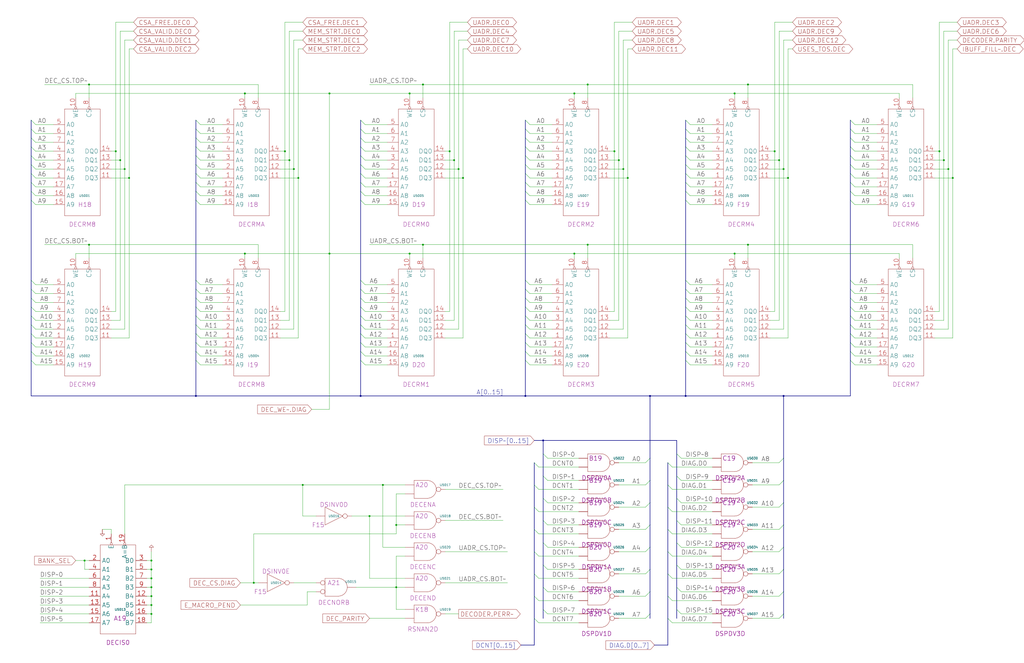
<source format=kicad_sch>
(kicad_sch (version 20211123) (generator eeschema)
  (paper "User" 584.2 378.46)
  (title_block (title "DECODE RAMS & ADDRESSING") (date "22-MAY-90") (rev "1.0") (comment 1 "SEQUENCER") (comment 2 "232-003064") (comment 3 "S400") (comment 4 "RELEASED"))
  (bus (pts (xy 111.76 104.14) (xy 111.76 109.22)))
  (bus (pts (xy 111.76 109.22) (xy 111.76 114.3)))
  (bus (pts (xy 111.76 114.3) (xy 111.76 160.02)))
  (bus (pts (xy 111.76 160.02) (xy 111.76 165.1)))
  (bus (pts (xy 111.76 165.1) (xy 111.76 170.18)))
  (bus (pts (xy 111.76 170.18) (xy 111.76 175.26)))
  (bus (pts (xy 111.76 175.26) (xy 111.76 180.34)))
  (bus (pts (xy 111.76 180.34) (xy 111.76 185.42)))
  (bus (pts (xy 111.76 185.42) (xy 111.76 190.5)))
  (bus (pts (xy 111.76 190.5) (xy 111.76 195.58)))
  (bus (pts (xy 111.76 195.58) (xy 111.76 200.66)))
  (bus (pts (xy 111.76 200.66) (xy 111.76 205.74)))
  (bus (pts (xy 111.76 205.74) (xy 111.76 226.06)))
  (bus (pts (xy 111.76 226.06) (xy 205.74 226.06)))
  (bus (pts (xy 111.76 68.58) (xy 111.76 73.66)))
  (bus (pts (xy 111.76 73.66) (xy 111.76 78.74)))
  (bus (pts (xy 111.76 78.74) (xy 111.76 83.82)))
  (bus (pts (xy 111.76 83.82) (xy 111.76 88.9)))
  (bus (pts (xy 111.76 88.9) (xy 111.76 93.98)))
  (bus (pts (xy 111.76 93.98) (xy 111.76 99.06)))
  (bus (pts (xy 111.76 99.06) (xy 111.76 104.14)))
  (bus (pts (xy 17.78 104.14) (xy 17.78 109.22)))
  (bus (pts (xy 17.78 109.22) (xy 17.78 114.3)))
  (bus (pts (xy 17.78 114.3) (xy 17.78 160.02)))
  (bus (pts (xy 17.78 160.02) (xy 17.78 165.1)))
  (bus (pts (xy 17.78 165.1) (xy 17.78 170.18)))
  (bus (pts (xy 17.78 170.18) (xy 17.78 175.26)))
  (bus (pts (xy 17.78 175.26) (xy 17.78 180.34)))
  (bus (pts (xy 17.78 180.34) (xy 17.78 185.42)))
  (bus (pts (xy 17.78 185.42) (xy 17.78 190.5)))
  (bus (pts (xy 17.78 190.5) (xy 17.78 195.58)))
  (bus (pts (xy 17.78 195.58) (xy 17.78 200.66)))
  (bus (pts (xy 17.78 200.66) (xy 17.78 205.74)))
  (bus (pts (xy 17.78 205.74) (xy 17.78 226.06)))
  (bus (pts (xy 17.78 226.06) (xy 111.76 226.06)))
  (bus (pts (xy 17.78 68.58) (xy 17.78 73.66)))
  (bus (pts (xy 17.78 73.66) (xy 17.78 78.74)))
  (bus (pts (xy 17.78 78.74) (xy 17.78 83.82)))
  (bus (pts (xy 17.78 83.82) (xy 17.78 88.9)))
  (bus (pts (xy 17.78 88.9) (xy 17.78 93.98)))
  (bus (pts (xy 17.78 93.98) (xy 17.78 99.06)))
  (bus (pts (xy 17.78 99.06) (xy 17.78 104.14)))
  (bus (pts (xy 205.74 104.14) (xy 205.74 109.22)))
  (bus (pts (xy 205.74 109.22) (xy 205.74 114.3)))
  (bus (pts (xy 205.74 114.3) (xy 205.74 160.02)))
  (bus (pts (xy 205.74 160.02) (xy 205.74 165.1)))
  (bus (pts (xy 205.74 165.1) (xy 205.74 170.18)))
  (bus (pts (xy 205.74 170.18) (xy 205.74 175.26)))
  (bus (pts (xy 205.74 175.26) (xy 205.74 180.34)))
  (bus (pts (xy 205.74 180.34) (xy 205.74 185.42)))
  (bus (pts (xy 205.74 185.42) (xy 205.74 190.5)))
  (bus (pts (xy 205.74 190.5) (xy 205.74 195.58)))
  (bus (pts (xy 205.74 195.58) (xy 205.74 200.66)))
  (bus (pts (xy 205.74 200.66) (xy 205.74 205.74)))
  (bus (pts (xy 205.74 205.74) (xy 205.74 226.06)))
  (bus (pts (xy 205.74 226.06) (xy 299.72 226.06)))
  (bus (pts (xy 205.74 68.58) (xy 205.74 73.66)))
  (bus (pts (xy 205.74 73.66) (xy 205.74 78.74)))
  (bus (pts (xy 205.74 78.74) (xy 205.74 83.82)))
  (bus (pts (xy 205.74 83.82) (xy 205.74 88.9)))
  (bus (pts (xy 205.74 88.9) (xy 205.74 93.98)))
  (bus (pts (xy 205.74 93.98) (xy 205.74 99.06)))
  (bus (pts (xy 205.74 99.06) (xy 205.74 104.14)))
  (bus (pts (xy 297.18 368.3) (xy 304.8 368.3)))
  (bus (pts (xy 299.72 104.14) (xy 299.72 109.22)))
  (bus (pts (xy 299.72 109.22) (xy 299.72 114.3)))
  (bus (pts (xy 299.72 114.3) (xy 299.72 160.02)))
  (bus (pts (xy 299.72 160.02) (xy 299.72 165.1)))
  (bus (pts (xy 299.72 165.1) (xy 299.72 170.18)))
  (bus (pts (xy 299.72 170.18) (xy 299.72 175.26)))
  (bus (pts (xy 299.72 175.26) (xy 299.72 180.34)))
  (bus (pts (xy 299.72 180.34) (xy 299.72 185.42)))
  (bus (pts (xy 299.72 185.42) (xy 299.72 190.5)))
  (bus (pts (xy 299.72 190.5) (xy 299.72 195.58)))
  (bus (pts (xy 299.72 195.58) (xy 299.72 200.66)))
  (bus (pts (xy 299.72 200.66) (xy 299.72 205.74)))
  (bus (pts (xy 299.72 205.74) (xy 299.72 226.06)))
  (bus (pts (xy 299.72 226.06) (xy 370.84 226.06)))
  (bus (pts (xy 299.72 68.58) (xy 299.72 73.66)))
  (bus (pts (xy 299.72 73.66) (xy 299.72 78.74)))
  (bus (pts (xy 299.72 78.74) (xy 299.72 83.82)))
  (bus (pts (xy 299.72 83.82) (xy 299.72 88.9)))
  (bus (pts (xy 299.72 88.9) (xy 299.72 93.98)))
  (bus (pts (xy 299.72 93.98) (xy 299.72 99.06)))
  (bus (pts (xy 299.72 99.06) (xy 299.72 104.14)))
  (bus (pts (xy 304.8 251.46) (xy 309.88 251.46)))
  (bus (pts (xy 304.8 264.16) (xy 304.8 276.86)))
  (bus (pts (xy 304.8 276.86) (xy 304.8 289.56)))
  (bus (pts (xy 304.8 289.56) (xy 304.8 302.26)))
  (bus (pts (xy 304.8 302.26) (xy 304.8 314.96)))
  (bus (pts (xy 304.8 314.96) (xy 304.8 327.66)))
  (bus (pts (xy 304.8 327.66) (xy 304.8 340.36)))
  (bus (pts (xy 304.8 340.36) (xy 304.8 353.06)))
  (bus (pts (xy 304.8 353.06) (xy 304.8 368.3)))
  (bus (pts (xy 309.88 251.46) (xy 309.88 259.08)))
  (bus (pts (xy 309.88 259.08) (xy 309.88 271.78)))
  (bus (pts (xy 309.88 271.78) (xy 309.88 284.48)))
  (bus (pts (xy 309.88 284.48) (xy 309.88 297.18)))
  (bus (pts (xy 309.88 297.18) (xy 309.88 309.88)))
  (bus (pts (xy 309.88 309.88) (xy 309.88 322.58)))
  (bus (pts (xy 309.88 322.58) (xy 309.88 335.28)))
  (bus (pts (xy 309.88 335.28) (xy 309.88 347.98)))
  (bus (pts (xy 309.88 347.98) (xy 309.88 353.06)))
  (bus (pts (xy 370.84 226.06) (xy 370.84 261.62)))
  (bus (pts (xy 370.84 226.06) (xy 391.16 226.06)))
  (bus (pts (xy 370.84 261.62) (xy 370.84 274.32)))
  (bus (pts (xy 370.84 274.32) (xy 370.84 287.02)))
  (bus (pts (xy 370.84 287.02) (xy 370.84 299.72)))
  (bus (pts (xy 370.84 299.72) (xy 370.84 312.42)))
  (bus (pts (xy 370.84 312.42) (xy 370.84 325.12)))
  (bus (pts (xy 370.84 325.12) (xy 370.84 337.82)))
  (bus (pts (xy 370.84 337.82) (xy 370.84 350.52)))
  (bus (pts (xy 370.84 350.52) (xy 370.84 353.06)))
  (bus (pts (xy 373.38 368.3) (xy 381 368.3)))
  (bus (pts (xy 381 264.16) (xy 381 276.86)))
  (bus (pts (xy 381 276.86) (xy 381 289.56)))
  (bus (pts (xy 381 289.56) (xy 381 302.26)))
  (bus (pts (xy 381 302.26) (xy 381 314.96)))
  (bus (pts (xy 381 314.96) (xy 381 327.66)))
  (bus (pts (xy 381 327.66) (xy 381 340.36)))
  (bus (pts (xy 381 340.36) (xy 381 353.06)))
  (bus (pts (xy 381 353.06) (xy 381 368.3)))
  (bus (pts (xy 386.08 251.46) (xy 309.88 251.46)))
  (bus (pts (xy 386.08 251.46) (xy 386.08 259.08)))
  (bus (pts (xy 386.08 259.08) (xy 386.08 271.78)))
  (bus (pts (xy 386.08 271.78) (xy 386.08 284.48)))
  (bus (pts (xy 386.08 284.48) (xy 386.08 297.18)))
  (bus (pts (xy 386.08 297.18) (xy 386.08 309.88)))
  (bus (pts (xy 386.08 309.88) (xy 386.08 322.58)))
  (bus (pts (xy 386.08 322.58) (xy 386.08 335.28)))
  (bus (pts (xy 386.08 335.28) (xy 386.08 347.98)))
  (bus (pts (xy 386.08 347.98) (xy 386.08 353.06)))
  (bus (pts (xy 391.16 104.14) (xy 391.16 109.22)))
  (bus (pts (xy 391.16 109.22) (xy 391.16 114.3)))
  (bus (pts (xy 391.16 114.3) (xy 391.16 160.02)))
  (bus (pts (xy 391.16 160.02) (xy 391.16 165.1)))
  (bus (pts (xy 391.16 165.1) (xy 391.16 170.18)))
  (bus (pts (xy 391.16 170.18) (xy 391.16 175.26)))
  (bus (pts (xy 391.16 175.26) (xy 391.16 180.34)))
  (bus (pts (xy 391.16 180.34) (xy 391.16 185.42)))
  (bus (pts (xy 391.16 185.42) (xy 391.16 190.5)))
  (bus (pts (xy 391.16 190.5) (xy 391.16 195.58)))
  (bus (pts (xy 391.16 195.58) (xy 391.16 200.66)))
  (bus (pts (xy 391.16 200.66) (xy 391.16 205.74)))
  (bus (pts (xy 391.16 205.74) (xy 391.16 226.06)))
  (bus (pts (xy 391.16 226.06) (xy 447.04 226.06)))
  (bus (pts (xy 391.16 68.58) (xy 391.16 73.66)))
  (bus (pts (xy 391.16 73.66) (xy 391.16 78.74)))
  (bus (pts (xy 391.16 78.74) (xy 391.16 83.82)))
  (bus (pts (xy 391.16 83.82) (xy 391.16 88.9)))
  (bus (pts (xy 391.16 88.9) (xy 391.16 93.98)))
  (bus (pts (xy 391.16 93.98) (xy 391.16 99.06)))
  (bus (pts (xy 391.16 99.06) (xy 391.16 104.14)))
  (bus (pts (xy 447.04 226.06) (xy 447.04 261.62)))
  (bus (pts (xy 447.04 226.06) (xy 485.14 226.06)))
  (bus (pts (xy 447.04 261.62) (xy 447.04 274.32)))
  (bus (pts (xy 447.04 274.32) (xy 447.04 287.02)))
  (bus (pts (xy 447.04 287.02) (xy 447.04 299.72)))
  (bus (pts (xy 447.04 299.72) (xy 447.04 312.42)))
  (bus (pts (xy 447.04 312.42) (xy 447.04 325.12)))
  (bus (pts (xy 447.04 325.12) (xy 447.04 337.82)))
  (bus (pts (xy 447.04 337.82) (xy 447.04 350.52)))
  (bus (pts (xy 447.04 350.52) (xy 447.04 353.06)))
  (bus (pts (xy 485.14 104.14) (xy 485.14 109.22)))
  (bus (pts (xy 485.14 109.22) (xy 485.14 114.3)))
  (bus (pts (xy 485.14 114.3) (xy 485.14 160.02)))
  (bus (pts (xy 485.14 160.02) (xy 485.14 165.1)))
  (bus (pts (xy 485.14 165.1) (xy 485.14 170.18)))
  (bus (pts (xy 485.14 170.18) (xy 485.14 175.26)))
  (bus (pts (xy 485.14 175.26) (xy 485.14 180.34)))
  (bus (pts (xy 485.14 180.34) (xy 485.14 185.42)))
  (bus (pts (xy 485.14 185.42) (xy 485.14 190.5)))
  (bus (pts (xy 485.14 190.5) (xy 485.14 195.58)))
  (bus (pts (xy 485.14 195.58) (xy 485.14 200.66)))
  (bus (pts (xy 485.14 200.66) (xy 485.14 205.74)))
  (bus (pts (xy 485.14 205.74) (xy 485.14 226.06)))
  (bus (pts (xy 485.14 68.58) (xy 485.14 73.66)))
  (bus (pts (xy 485.14 73.66) (xy 485.14 78.74)))
  (bus (pts (xy 485.14 78.74) (xy 485.14 83.82)))
  (bus (pts (xy 485.14 83.82) (xy 485.14 88.9)))
  (bus (pts (xy 485.14 88.9) (xy 485.14 93.98)))
  (bus (pts (xy 485.14 93.98) (xy 485.14 99.06)))
  (bus (pts (xy 485.14 99.06) (xy 485.14 104.14)))
  (wire (pts (xy 114.3 101.6) (xy 127 101.6)))
  (wire (pts (xy 114.3 106.68) (xy 127 106.68)))
  (wire (pts (xy 114.3 111.76) (xy 127 111.76)))
  (wire (pts (xy 114.3 116.84) (xy 127 116.84)))
  (wire (pts (xy 114.3 162.56) (xy 127 162.56)))
  (wire (pts (xy 114.3 167.64) (xy 127 167.64)))
  (wire (pts (xy 114.3 172.72) (xy 127 172.72)))
  (wire (pts (xy 114.3 177.8) (xy 127 177.8)))
  (wire (pts (xy 114.3 182.88) (xy 127 182.88)))
  (wire (pts (xy 114.3 187.96) (xy 127 187.96)))
  (wire (pts (xy 114.3 193.04) (xy 127 193.04)))
  (wire (pts (xy 114.3 198.12) (xy 127 198.12)))
  (wire (pts (xy 114.3 203.2) (xy 127 203.2)))
  (wire (pts (xy 114.3 208.28) (xy 127 208.28)))
  (wire (pts (xy 114.3 71.12) (xy 127 71.12)))
  (wire (pts (xy 114.3 76.2) (xy 127 76.2)))
  (wire (pts (xy 114.3 81.28) (xy 127 81.28)))
  (wire (pts (xy 114.3 86.36) (xy 127 86.36)))
  (wire (pts (xy 114.3 91.44) (xy 127 91.44)))
  (wire (pts (xy 114.3 96.52) (xy 127 96.52)))
  (wire (pts (xy 137.16 332.74) (xy 144.78 332.74)))
  (wire (pts (xy 137.16 345.44) (xy 175.26 345.44)))
  (wire (pts (xy 139.7 144.78) (xy 139.7 147.32)))
  (wire (pts (xy 139.7 55.88) (xy 139.7 53.34)))
  (wire (pts (xy 144.78 304.8) (xy 226.06 304.8)))
  (wire (pts (xy 144.78 332.74) (xy 144.78 304.8)))
  (wire (pts (xy 144.78 332.74) (xy 147.32 332.74)))
  (wire (pts (xy 147.32 139.7) (xy 50.8 139.7)))
  (wire (pts (xy 147.32 147.32) (xy 147.32 139.7)))
  (wire (pts (xy 147.32 48.26) (xy 50.8 48.26)))
  (wire (pts (xy 147.32 55.88) (xy 147.32 48.26)))
  (wire (pts (xy 160.02 101.6) (xy 170.18 101.6)))
  (wire (pts (xy 160.02 177.8) (xy 162.56 177.8)))
  (wire (pts (xy 160.02 187.96) (xy 167.64 187.96)))
  (wire (pts (xy 160.02 91.44) (xy 165.1 91.44)))
  (wire (pts (xy 160.02 96.52) (xy 167.64 96.52)))
  (wire (pts (xy 162.56 12.7) (xy 172.72 12.7)))
  (wire (pts (xy 162.56 86.36) (xy 160.02 86.36)))
  (wire (pts (xy 162.56 86.36) (xy 162.56 12.7)))
  (wire (pts (xy 162.56 86.36) (xy 162.56 177.8)))
  (wire (pts (xy 165.1 17.78) (xy 165.1 91.44)))
  (wire (pts (xy 165.1 182.88) (xy 160.02 182.88)))
  (wire (pts (xy 165.1 91.44) (xy 165.1 182.88)))
  (wire (pts (xy 167.64 22.86) (xy 167.64 96.52)))
  (wire (pts (xy 167.64 332.74) (xy 180.34 332.74)))
  (wire (pts (xy 167.64 96.52) (xy 167.64 187.96)))
  (wire (pts (xy 170.18 101.6) (xy 170.18 193.04)))
  (wire (pts (xy 170.18 193.04) (xy 160.02 193.04)))
  (wire (pts (xy 170.18 27.94) (xy 170.18 101.6)))
  (wire (pts (xy 172.72 17.78) (xy 165.1 17.78)))
  (wire (pts (xy 172.72 22.86) (xy 167.64 22.86)))
  (wire (pts (xy 172.72 27.94) (xy 170.18 27.94)))
  (wire (pts (xy 172.72 276.86) (xy 218.44 276.86)))
  (wire (pts (xy 172.72 294.64) (xy 172.72 276.86)))
  (wire (pts (xy 175.26 337.82) (xy 180.34 337.82)))
  (wire (pts (xy 175.26 345.44) (xy 175.26 337.82)))
  (wire (pts (xy 177.8 233.68) (xy 187.96 233.68)))
  (wire (pts (xy 180.34 294.64) (xy 172.72 294.64)))
  (wire (pts (xy 187.96 144.78) (xy 139.7 144.78)))
  (wire (pts (xy 187.96 144.78) (xy 233.68 144.78)))
  (wire (pts (xy 187.96 233.68) (xy 187.96 144.78)))
  (wire (pts (xy 187.96 53.34) (xy 139.7 53.34)))
  (wire (pts (xy 187.96 53.34) (xy 187.96 144.78)))
  (wire (pts (xy 187.96 53.34) (xy 233.68 53.34)))
  (wire (pts (xy 20.32 101.6) (xy 30.48 101.6)))
  (wire (pts (xy 20.32 106.68) (xy 30.48 106.68)))
  (wire (pts (xy 20.32 111.76) (xy 30.48 111.76)))
  (wire (pts (xy 20.32 116.84) (xy 30.48 116.84)))
  (wire (pts (xy 20.32 162.56) (xy 30.48 162.56)))
  (wire (pts (xy 20.32 167.64) (xy 30.48 167.64)))
  (wire (pts (xy 20.32 172.72) (xy 30.48 172.72)))
  (wire (pts (xy 20.32 177.8) (xy 30.48 177.8)))
  (wire (pts (xy 20.32 182.88) (xy 30.48 182.88)))
  (wire (pts (xy 20.32 187.96) (xy 30.48 187.96)))
  (wire (pts (xy 20.32 193.04) (xy 30.48 193.04)))
  (wire (pts (xy 20.32 198.12) (xy 30.48 198.12)))
  (wire (pts (xy 20.32 203.2) (xy 30.48 203.2)))
  (wire (pts (xy 20.32 208.28) (xy 30.48 208.28)))
  (wire (pts (xy 20.32 71.12) (xy 30.48 71.12)))
  (wire (pts (xy 20.32 76.2) (xy 30.48 76.2)))
  (wire (pts (xy 20.32 81.28) (xy 30.48 81.28)))
  (wire (pts (xy 20.32 86.36) (xy 30.48 86.36)))
  (wire (pts (xy 20.32 91.44) (xy 30.48 91.44)))
  (wire (pts (xy 20.32 96.52) (xy 30.48 96.52)))
  (wire (pts (xy 200.66 294.64) (xy 210.82 294.64)))
  (wire (pts (xy 203.2 335.28) (xy 226.06 335.28)))
  (wire (pts (xy 208.28 101.6) (xy 220.98 101.6)))
  (wire (pts (xy 208.28 106.68) (xy 220.98 106.68)))
  (wire (pts (xy 208.28 111.76) (xy 220.98 111.76)))
  (wire (pts (xy 208.28 116.84) (xy 220.98 116.84)))
  (wire (pts (xy 208.28 162.56) (xy 220.98 162.56)))
  (wire (pts (xy 208.28 167.64) (xy 220.98 167.64)))
  (wire (pts (xy 208.28 172.72) (xy 220.98 172.72)))
  (wire (pts (xy 208.28 177.8) (xy 220.98 177.8)))
  (wire (pts (xy 208.28 182.88) (xy 220.98 182.88)))
  (wire (pts (xy 208.28 187.96) (xy 220.98 187.96)))
  (wire (pts (xy 208.28 193.04) (xy 220.98 193.04)))
  (wire (pts (xy 208.28 198.12) (xy 220.98 198.12)))
  (wire (pts (xy 208.28 203.2) (xy 220.98 203.2)))
  (wire (pts (xy 208.28 208.28) (xy 220.98 208.28)))
  (wire (pts (xy 208.28 71.12) (xy 220.98 71.12)))
  (wire (pts (xy 208.28 76.2) (xy 220.98 76.2)))
  (wire (pts (xy 208.28 81.28) (xy 220.98 81.28)))
  (wire (pts (xy 208.28 86.36) (xy 220.98 86.36)))
  (wire (pts (xy 208.28 91.44) (xy 220.98 91.44)))
  (wire (pts (xy 208.28 96.52) (xy 220.98 96.52)))
  (wire (pts (xy 210.82 139.7) (xy 241.3 139.7)))
  (wire (pts (xy 210.82 294.64) (xy 231.14 294.64)))
  (wire (pts (xy 210.82 330.2) (xy 210.82 294.64)))
  (wire (pts (xy 210.82 330.2) (xy 231.14 330.2)))
  (wire (pts (xy 210.82 353.06) (xy 231.14 353.06)))
  (wire (pts (xy 210.82 48.26) (xy 241.3 48.26)))
  (wire (pts (xy 218.44 276.86) (xy 231.14 276.86)))
  (wire (pts (xy 218.44 312.42) (xy 218.44 276.86)))
  (wire (pts (xy 218.44 312.42) (xy 231.14 312.42)))
  (wire (pts (xy 22.86 330.2) (xy 50.8 330.2)))
  (wire (pts (xy 22.86 335.28) (xy 50.8 335.28)))
  (wire (pts (xy 22.86 340.36) (xy 50.8 340.36)))
  (wire (pts (xy 22.86 345.44) (xy 50.8 345.44)))
  (wire (pts (xy 22.86 350.52) (xy 50.8 350.52)))
  (wire (pts (xy 22.86 355.6) (xy 50.8 355.6)))
  (wire (pts (xy 226.06 281.94) (xy 226.06 299.72)))
  (wire (pts (xy 226.06 281.94) (xy 231.14 281.94)))
  (wire (pts (xy 226.06 299.72) (xy 226.06 304.8)))
  (wire (pts (xy 226.06 299.72) (xy 231.14 299.72)))
  (wire (pts (xy 226.06 317.5) (xy 226.06 335.28)))
  (wire (pts (xy 226.06 317.5) (xy 231.14 317.5)))
  (wire (pts (xy 226.06 335.28) (xy 226.06 347.98)))
  (wire (pts (xy 226.06 335.28) (xy 231.14 335.28)))
  (wire (pts (xy 226.06 347.98) (xy 231.14 347.98)))
  (wire (pts (xy 233.68 144.78) (xy 327.66 144.78)))
  (wire (pts (xy 233.68 147.32) (xy 233.68 144.78)))
  (wire (pts (xy 233.68 53.34) (xy 327.66 53.34)))
  (wire (pts (xy 233.68 55.88) (xy 233.68 53.34)))
  (wire (pts (xy 241.3 139.7) (xy 335.28 139.7)))
  (wire (pts (xy 241.3 147.32) (xy 241.3 139.7)))
  (wire (pts (xy 241.3 48.26) (xy 241.3 55.88)))
  (wire (pts (xy 25.4 139.7) (xy 50.8 139.7)))
  (wire (pts (xy 25.4 48.26) (xy 50.8 48.26)))
  (wire (pts (xy 254 101.6) (xy 264.16 101.6)))
  (wire (pts (xy 254 177.8) (xy 256.54 177.8)))
  (wire (pts (xy 254 187.96) (xy 261.62 187.96)))
  (wire (pts (xy 254 279.4) (xy 287.02 279.4)))
  (wire (pts (xy 254 297.18) (xy 287.02 297.18)))
  (wire (pts (xy 254 314.96) (xy 289.56 314.96)))
  (wire (pts (xy 254 332.74) (xy 289.56 332.74)))
  (wire (pts (xy 254 350.52) (xy 261.62 350.52)))
  (wire (pts (xy 254 91.44) (xy 259.08 91.44)))
  (wire (pts (xy 254 96.52) (xy 261.62 96.52)))
  (wire (pts (xy 256.54 12.7) (xy 266.7 12.7)))
  (wire (pts (xy 256.54 86.36) (xy 254 86.36)))
  (wire (pts (xy 256.54 86.36) (xy 256.54 12.7)))
  (wire (pts (xy 256.54 86.36) (xy 256.54 177.8)))
  (wire (pts (xy 259.08 17.78) (xy 259.08 91.44)))
  (wire (pts (xy 259.08 182.88) (xy 254 182.88)))
  (wire (pts (xy 259.08 91.44) (xy 259.08 182.88)))
  (wire (pts (xy 261.62 22.86) (xy 261.62 96.52)))
  (wire (pts (xy 261.62 96.52) (xy 261.62 187.96)))
  (wire (pts (xy 264.16 101.6) (xy 264.16 193.04)))
  (wire (pts (xy 264.16 193.04) (xy 254 193.04)))
  (wire (pts (xy 264.16 27.94) (xy 264.16 101.6)))
  (wire (pts (xy 266.7 17.78) (xy 259.08 17.78)))
  (wire (pts (xy 266.7 22.86) (xy 261.62 22.86)))
  (wire (pts (xy 266.7 27.94) (xy 264.16 27.94)))
  (wire (pts (xy 302.26 101.6) (xy 314.96 101.6)))
  (wire (pts (xy 302.26 106.68) (xy 314.96 106.68)))
  (wire (pts (xy 302.26 111.76) (xy 314.96 111.76)))
  (wire (pts (xy 302.26 116.84) (xy 314.96 116.84)))
  (wire (pts (xy 302.26 162.56) (xy 314.96 162.56)))
  (wire (pts (xy 302.26 167.64) (xy 314.96 167.64)))
  (wire (pts (xy 302.26 172.72) (xy 314.96 172.72)))
  (wire (pts (xy 302.26 177.8) (xy 314.96 177.8)))
  (wire (pts (xy 302.26 182.88) (xy 314.96 182.88)))
  (wire (pts (xy 302.26 187.96) (xy 314.96 187.96)))
  (wire (pts (xy 302.26 193.04) (xy 314.96 193.04)))
  (wire (pts (xy 302.26 198.12) (xy 314.96 198.12)))
  (wire (pts (xy 302.26 203.2) (xy 314.96 203.2)))
  (wire (pts (xy 302.26 208.28) (xy 314.96 208.28)))
  (wire (pts (xy 302.26 71.12) (xy 314.96 71.12)))
  (wire (pts (xy 302.26 76.2) (xy 314.96 76.2)))
  (wire (pts (xy 302.26 81.28) (xy 314.96 81.28)))
  (wire (pts (xy 302.26 86.36) (xy 314.96 86.36)))
  (wire (pts (xy 302.26 91.44) (xy 314.96 91.44)))
  (wire (pts (xy 302.26 96.52) (xy 314.96 96.52)))
  (wire (pts (xy 307.34 266.7) (xy 330.2 266.7)))
  (wire (pts (xy 307.34 279.4) (xy 330.2 279.4)))
  (wire (pts (xy 307.34 292.1) (xy 330.2 292.1)))
  (wire (pts (xy 307.34 304.8) (xy 330.2 304.8)))
  (wire (pts (xy 307.34 317.5) (xy 330.2 317.5)))
  (wire (pts (xy 307.34 330.2) (xy 330.2 330.2)))
  (wire (pts (xy 307.34 342.9) (xy 330.2 342.9)))
  (wire (pts (xy 307.34 355.6) (xy 330.2 355.6)))
  (wire (pts (xy 312.42 261.62) (xy 330.2 261.62)))
  (wire (pts (xy 312.42 274.32) (xy 330.2 274.32)))
  (wire (pts (xy 312.42 287.02) (xy 330.2 287.02)))
  (wire (pts (xy 312.42 299.72) (xy 330.2 299.72)))
  (wire (pts (xy 312.42 312.42) (xy 330.2 312.42)))
  (wire (pts (xy 312.42 325.12) (xy 330.2 325.12)))
  (wire (pts (xy 312.42 337.82) (xy 330.2 337.82)))
  (wire (pts (xy 312.42 350.52) (xy 330.2 350.52)))
  (wire (pts (xy 327.66 144.78) (xy 419.1 144.78)))
  (wire (pts (xy 327.66 147.32) (xy 327.66 144.78)))
  (wire (pts (xy 327.66 53.34) (xy 419.1 53.34)))
  (wire (pts (xy 327.66 55.88) (xy 327.66 53.34)))
  (wire (pts (xy 335.28 139.7) (xy 426.72 139.7)))
  (wire (pts (xy 335.28 147.32) (xy 335.28 139.7)))
  (wire (pts (xy 335.28 48.26) (xy 241.3 48.26)))
  (wire (pts (xy 335.28 48.26) (xy 335.28 55.88)))
  (wire (pts (xy 347.98 101.6) (xy 358.14 101.6)))
  (wire (pts (xy 347.98 177.8) (xy 350.52 177.8)))
  (wire (pts (xy 347.98 187.96) (xy 355.6 187.96)))
  (wire (pts (xy 347.98 91.44) (xy 353.06 91.44)))
  (wire (pts (xy 347.98 96.52) (xy 355.6 96.52)))
  (wire (pts (xy 350.52 12.7) (xy 360.68 12.7)))
  (wire (pts (xy 350.52 86.36) (xy 347.98 86.36)))
  (wire (pts (xy 350.52 86.36) (xy 350.52 12.7)))
  (wire (pts (xy 350.52 86.36) (xy 350.52 177.8)))
  (wire (pts (xy 353.06 17.78) (xy 353.06 91.44)))
  (wire (pts (xy 353.06 182.88) (xy 347.98 182.88)))
  (wire (pts (xy 353.06 264.16) (xy 368.3 264.16)))
  (wire (pts (xy 353.06 276.86) (xy 368.3 276.86)))
  (wire (pts (xy 353.06 289.56) (xy 368.3 289.56)))
  (wire (pts (xy 353.06 302.26) (xy 368.3 302.26)))
  (wire (pts (xy 353.06 314.96) (xy 368.3 314.96)))
  (wire (pts (xy 353.06 327.66) (xy 368.3 327.66)))
  (wire (pts (xy 353.06 340.36) (xy 368.3 340.36)))
  (wire (pts (xy 353.06 353.06) (xy 368.3 353.06)))
  (wire (pts (xy 353.06 91.44) (xy 353.06 182.88)))
  (wire (pts (xy 355.6 22.86) (xy 355.6 96.52)))
  (wire (pts (xy 355.6 96.52) (xy 355.6 187.96)))
  (wire (pts (xy 358.14 101.6) (xy 358.14 193.04)))
  (wire (pts (xy 358.14 193.04) (xy 347.98 193.04)))
  (wire (pts (xy 358.14 27.94) (xy 358.14 101.6)))
  (wire (pts (xy 360.68 17.78) (xy 353.06 17.78)))
  (wire (pts (xy 360.68 22.86) (xy 355.6 22.86)))
  (wire (pts (xy 360.68 27.94) (xy 358.14 27.94)))
  (wire (pts (xy 383.54 266.7) (xy 406.4 266.7)))
  (wire (pts (xy 383.54 279.4) (xy 406.4 279.4)))
  (wire (pts (xy 383.54 292.1) (xy 406.4 292.1)))
  (wire (pts (xy 383.54 304.8) (xy 406.4 304.8)))
  (wire (pts (xy 383.54 317.5) (xy 406.4 317.5)))
  (wire (pts (xy 383.54 330.2) (xy 406.4 330.2)))
  (wire (pts (xy 383.54 342.9) (xy 406.4 342.9)))
  (wire (pts (xy 383.54 355.6) (xy 406.4 355.6)))
  (wire (pts (xy 388.62 261.62) (xy 406.4 261.62)))
  (wire (pts (xy 388.62 274.32) (xy 406.4 274.32)))
  (wire (pts (xy 388.62 287.02) (xy 406.4 287.02)))
  (wire (pts (xy 388.62 299.72) (xy 406.4 299.72)))
  (wire (pts (xy 388.62 312.42) (xy 406.4 312.42)))
  (wire (pts (xy 388.62 325.12) (xy 406.4 325.12)))
  (wire (pts (xy 388.62 337.82) (xy 406.4 337.82)))
  (wire (pts (xy 388.62 350.52) (xy 406.4 350.52)))
  (wire (pts (xy 393.7 101.6) (xy 406.4 101.6)))
  (wire (pts (xy 393.7 106.68) (xy 406.4 106.68)))
  (wire (pts (xy 393.7 111.76) (xy 406.4 111.76)))
  (wire (pts (xy 393.7 116.84) (xy 406.4 116.84)))
  (wire (pts (xy 393.7 162.56) (xy 406.4 162.56)))
  (wire (pts (xy 393.7 167.64) (xy 406.4 167.64)))
  (wire (pts (xy 393.7 172.72) (xy 406.4 172.72)))
  (wire (pts (xy 393.7 177.8) (xy 406.4 177.8)))
  (wire (pts (xy 393.7 182.88) (xy 406.4 182.88)))
  (wire (pts (xy 393.7 187.96) (xy 406.4 187.96)))
  (wire (pts (xy 393.7 193.04) (xy 406.4 193.04)))
  (wire (pts (xy 393.7 198.12) (xy 406.4 198.12)))
  (wire (pts (xy 393.7 203.2) (xy 406.4 203.2)))
  (wire (pts (xy 393.7 208.28) (xy 406.4 208.28)))
  (wire (pts (xy 393.7 71.12) (xy 406.4 71.12)))
  (wire (pts (xy 393.7 76.2) (xy 406.4 76.2)))
  (wire (pts (xy 393.7 81.28) (xy 406.4 81.28)))
  (wire (pts (xy 393.7 86.36) (xy 406.4 86.36)))
  (wire (pts (xy 393.7 91.44) (xy 406.4 91.44)))
  (wire (pts (xy 393.7 96.52) (xy 406.4 96.52)))
  (wire (pts (xy 419.1 144.78) (xy 513.08 144.78)))
  (wire (pts (xy 419.1 147.32) (xy 419.1 144.78)))
  (wire (pts (xy 419.1 53.34) (xy 419.1 55.88)))
  (wire (pts (xy 426.72 139.7) (xy 426.72 147.32)))
  (wire (pts (xy 426.72 48.26) (xy 335.28 48.26)))
  (wire (pts (xy 426.72 48.26) (xy 426.72 55.88)))
  (wire (pts (xy 429.26 264.16) (xy 444.5 264.16)))
  (wire (pts (xy 429.26 276.86) (xy 444.5 276.86)))
  (wire (pts (xy 429.26 289.56) (xy 444.5 289.56)))
  (wire (pts (xy 429.26 302.26) (xy 444.5 302.26)))
  (wire (pts (xy 429.26 314.96) (xy 444.5 314.96)))
  (wire (pts (xy 429.26 327.66) (xy 444.5 327.66)))
  (wire (pts (xy 429.26 340.36) (xy 444.5 340.36)))
  (wire (pts (xy 429.26 353.06) (xy 444.5 353.06)))
  (wire (pts (xy 43.18 144.78) (xy 139.7 144.78)))
  (wire (pts (xy 43.18 147.32) (xy 43.18 144.78)))
  (wire (pts (xy 43.18 320.04) (xy 48.26 320.04)))
  (wire (pts (xy 43.18 53.34) (xy 139.7 53.34)))
  (wire (pts (xy 43.18 55.88) (xy 43.18 53.34)))
  (wire (pts (xy 439.42 101.6) (xy 449.58 101.6)))
  (wire (pts (xy 439.42 177.8) (xy 441.96 177.8)))
  (wire (pts (xy 439.42 187.96) (xy 447.04 187.96)))
  (wire (pts (xy 439.42 91.44) (xy 444.5 91.44)))
  (wire (pts (xy 439.42 96.52) (xy 447.04 96.52)))
  (wire (pts (xy 441.96 12.7) (xy 452.12 12.7)))
  (wire (pts (xy 441.96 86.36) (xy 439.42 86.36)))
  (wire (pts (xy 441.96 86.36) (xy 441.96 12.7)))
  (wire (pts (xy 441.96 86.36) (xy 441.96 177.8)))
  (wire (pts (xy 444.5 17.78) (xy 444.5 91.44)))
  (wire (pts (xy 444.5 182.88) (xy 439.42 182.88)))
  (wire (pts (xy 444.5 91.44) (xy 444.5 182.88)))
  (wire (pts (xy 447.04 22.86) (xy 447.04 96.52)))
  (wire (pts (xy 447.04 96.52) (xy 447.04 187.96)))
  (wire (pts (xy 449.58 101.6) (xy 449.58 193.04)))
  (wire (pts (xy 449.58 193.04) (xy 439.42 193.04)))
  (wire (pts (xy 449.58 27.94) (xy 449.58 101.6)))
  (wire (pts (xy 452.12 17.78) (xy 444.5 17.78)))
  (wire (pts (xy 452.12 22.86) (xy 447.04 22.86)))
  (wire (pts (xy 452.12 27.94) (xy 449.58 27.94)))
  (wire (pts (xy 48.26 320.04) (xy 48.26 325.12)))
  (wire (pts (xy 48.26 320.04) (xy 50.8 320.04)))
  (wire (pts (xy 487.68 101.6) (xy 500.38 101.6)))
  (wire (pts (xy 487.68 106.68) (xy 500.38 106.68)))
  (wire (pts (xy 487.68 111.76) (xy 500.38 111.76)))
  (wire (pts (xy 487.68 116.84) (xy 500.38 116.84)))
  (wire (pts (xy 487.68 162.56) (xy 500.38 162.56)))
  (wire (pts (xy 487.68 167.64) (xy 500.38 167.64)))
  (wire (pts (xy 487.68 172.72) (xy 500.38 172.72)))
  (wire (pts (xy 487.68 177.8) (xy 500.38 177.8)))
  (wire (pts (xy 487.68 182.88) (xy 500.38 182.88)))
  (wire (pts (xy 487.68 187.96) (xy 500.38 187.96)))
  (wire (pts (xy 487.68 193.04) (xy 500.38 193.04)))
  (wire (pts (xy 487.68 198.12) (xy 500.38 198.12)))
  (wire (pts (xy 487.68 203.2) (xy 500.38 203.2)))
  (wire (pts (xy 487.68 208.28) (xy 500.38 208.28)))
  (wire (pts (xy 487.68 71.12) (xy 500.38 71.12)))
  (wire (pts (xy 487.68 76.2) (xy 500.38 76.2)))
  (wire (pts (xy 487.68 81.28) (xy 500.38 81.28)))
  (wire (pts (xy 487.68 86.36) (xy 500.38 86.36)))
  (wire (pts (xy 487.68 91.44) (xy 500.38 91.44)))
  (wire (pts (xy 487.68 96.52) (xy 500.38 96.52)))
  (wire (pts (xy 50.8 139.7) (xy 50.8 147.32)))
  (wire (pts (xy 50.8 325.12) (xy 48.26 325.12)))
  (wire (pts (xy 50.8 48.26) (xy 50.8 55.88)))
  (wire (pts (xy 513.08 147.32) (xy 513.08 144.78)))
  (wire (pts (xy 513.08 53.34) (xy 419.1 53.34)))
  (wire (pts (xy 513.08 55.88) (xy 513.08 53.34)))
  (wire (pts (xy 520.7 139.7) (xy 426.72 139.7)))
  (wire (pts (xy 520.7 147.32) (xy 520.7 139.7)))
  (wire (pts (xy 520.7 48.26) (xy 426.72 48.26)))
  (wire (pts (xy 520.7 55.88) (xy 520.7 48.26)))
  (wire (pts (xy 533.4 101.6) (xy 543.56 101.6)))
  (wire (pts (xy 533.4 177.8) (xy 535.94 177.8)))
  (wire (pts (xy 533.4 187.96) (xy 541.02 187.96)))
  (wire (pts (xy 533.4 91.44) (xy 538.48 91.44)))
  (wire (pts (xy 533.4 96.52) (xy 541.02 96.52)))
  (wire (pts (xy 535.94 12.7) (xy 546.1 12.7)))
  (wire (pts (xy 535.94 86.36) (xy 533.4 86.36)))
  (wire (pts (xy 535.94 86.36) (xy 535.94 12.7)))
  (wire (pts (xy 535.94 86.36) (xy 535.94 177.8)))
  (wire (pts (xy 538.48 17.78) (xy 538.48 91.44)))
  (wire (pts (xy 538.48 182.88) (xy 533.4 182.88)))
  (wire (pts (xy 538.48 91.44) (xy 538.48 182.88)))
  (wire (pts (xy 541.02 22.86) (xy 541.02 96.52)))
  (wire (pts (xy 541.02 96.52) (xy 541.02 187.96)))
  (wire (pts (xy 543.56 101.6) (xy 543.56 193.04)))
  (wire (pts (xy 543.56 193.04) (xy 533.4 193.04)))
  (wire (pts (xy 543.56 27.94) (xy 543.56 101.6)))
  (wire (pts (xy 546.1 17.78) (xy 538.48 17.78)))
  (wire (pts (xy 546.1 22.86) (xy 541.02 22.86)))
  (wire (pts (xy 546.1 27.94) (xy 543.56 27.94)))
  (wire (pts (xy 58.42 302.26) (xy 63.5 302.26)))
  (wire (pts (xy 63.5 101.6) (xy 73.66 101.6)))
  (wire (pts (xy 63.5 177.8) (xy 66.04 177.8)))
  (wire (pts (xy 63.5 187.96) (xy 71.12 187.96)))
  (wire (pts (xy 63.5 304.8) (xy 63.5 302.26)))
  (wire (pts (xy 63.5 91.44) (xy 68.58 91.44)))
  (wire (pts (xy 63.5 96.52) (xy 71.12 96.52)))
  (wire (pts (xy 66.04 12.7) (xy 76.2 12.7)))
  (wire (pts (xy 66.04 86.36) (xy 63.5 86.36)))
  (wire (pts (xy 66.04 86.36) (xy 66.04 12.7)))
  (wire (pts (xy 66.04 86.36) (xy 66.04 177.8)))
  (wire (pts (xy 68.58 17.78) (xy 68.58 91.44)))
  (wire (pts (xy 68.58 182.88) (xy 63.5 182.88)))
  (wire (pts (xy 68.58 91.44) (xy 68.58 182.88)))
  (wire (pts (xy 71.12 22.86) (xy 71.12 96.52)))
  (wire (pts (xy 71.12 276.86) (xy 172.72 276.86)))
  (wire (pts (xy 71.12 304.8) (xy 71.12 276.86)))
  (wire (pts (xy 71.12 96.52) (xy 71.12 187.96)))
  (wire (pts (xy 73.66 101.6) (xy 73.66 193.04)))
  (wire (pts (xy 73.66 193.04) (xy 63.5 193.04)))
  (wire (pts (xy 73.66 27.94) (xy 73.66 101.6)))
  (wire (pts (xy 76.2 17.78) (xy 68.58 17.78)))
  (wire (pts (xy 76.2 22.86) (xy 71.12 22.86)))
  (wire (pts (xy 76.2 27.94) (xy 73.66 27.94)))
  (wire (pts (xy 83.82 320.04) (xy 86.36 320.04)))
  (wire (pts (xy 83.82 325.12) (xy 86.36 325.12)))
  (wire (pts (xy 83.82 330.2) (xy 86.36 330.2)))
  (wire (pts (xy 83.82 335.28) (xy 86.36 335.28)))
  (wire (pts (xy 83.82 340.36) (xy 86.36 340.36)))
  (wire (pts (xy 83.82 345.44) (xy 86.36 345.44)))
  (wire (pts (xy 83.82 350.52) (xy 86.36 350.52)))
  (wire (pts (xy 83.82 355.6) (xy 86.36 355.6)))
  (wire (pts (xy 86.36 314.96) (xy 86.36 320.04)))
  (wire (pts (xy 86.36 325.12) (xy 86.36 320.04)))
  (wire (pts (xy 86.36 330.2) (xy 86.36 325.12)))
  (wire (pts (xy 86.36 335.28) (xy 86.36 330.2)))
  (wire (pts (xy 86.36 340.36) (xy 86.36 335.28)))
  (wire (pts (xy 86.36 345.44) (xy 86.36 340.36)))
  (wire (pts (xy 86.36 350.52) (xy 86.36 345.44)))
  (wire (pts (xy 86.36 355.6) (xy 86.36 350.52)))
  (bus_entry (at 17.78 68.58) (size 2.54 2.54))
  (bus_entry (at 17.78 73.66) (size 2.54 2.54))
  (bus_entry (at 17.78 78.74) (size 2.54 2.54))
  (bus_entry (at 17.78 83.82) (size 2.54 2.54))
  (bus_entry (at 17.78 88.9) (size 2.54 2.54))
  (bus_entry (at 17.78 93.98) (size 2.54 2.54))
  (bus_entry (at 17.78 99.06) (size 2.54 2.54))
  (bus_entry (at 17.78 104.14) (size 2.54 2.54))
  (bus_entry (at 17.78 109.22) (size 2.54 2.54))
  (bus_entry (at 17.78 114.3) (size 2.54 2.54))
  (bus_entry (at 17.78 160.02) (size 2.54 2.54))
  (bus_entry (at 17.78 165.1) (size 2.54 2.54))
  (bus_entry (at 17.78 170.18) (size 2.54 2.54))
  (bus_entry (at 17.78 175.26) (size 2.54 2.54))
  (bus_entry (at 17.78 180.34) (size 2.54 2.54))
  (bus_entry (at 17.78 185.42) (size 2.54 2.54))
  (bus_entry (at 17.78 190.5) (size 2.54 2.54))
  (bus_entry (at 17.78 195.58) (size 2.54 2.54))
  (bus_entry (at 17.78 200.66) (size 2.54 2.54))
  (bus_entry (at 17.78 205.74) (size 2.54 2.54))
  (label "A0" (at 21.59 71.12 0) (effects (font (size 2.54 2.54))))
  (label "A1" (at 21.59 76.2 0) (effects (font (size 2.54 2.54))))
  (label "A2" (at 21.59 81.28 0) (effects (font (size 2.54 2.54))))
  (label "A3" (at 21.59 86.36 0) (effects (font (size 2.54 2.54))))
  (label "A4" (at 21.59 91.44 0) (effects (font (size 2.54 2.54))))
  (label "A5" (at 21.59 96.52 0) (effects (font (size 2.54 2.54))))
  (label "A6" (at 21.59 101.6 0) (effects (font (size 2.54 2.54))))
  (label "A7" (at 21.59 106.68 0) (effects (font (size 2.54 2.54))))
  (label "A8" (at 21.59 111.76 0) (effects (font (size 2.54 2.54))))
  (label "A9" (at 21.59 116.84 0) (effects (font (size 2.54 2.54))))
  (label "A6" (at 22.86 162.56 0) (effects (font (size 2.54 2.54))))
  (label "A7" (at 22.86 167.64 0) (effects (font (size 2.54 2.54))))
  (label "A8" (at 22.86 172.72 0) (effects (font (size 2.54 2.54))))
  (label "A9" (at 22.86 177.8 0) (effects (font (size 2.54 2.54))))
  (label "A10" (at 22.86 182.88 0) (effects (font (size 2.54 2.54))))
  (label "A11" (at 22.86 187.96 0) (effects (font (size 2.54 2.54))))
  (label "A12" (at 22.86 193.04 0) (effects (font (size 2.54 2.54))))
  (label "A13" (at 22.86 198.12 0) (effects (font (size 2.54 2.54))))
  (label "A14" (at 22.86 203.2 0) (effects (font (size 2.54 2.54))))
  (label "A15" (at 22.86 208.28 0) (effects (font (size 2.54 2.54))))
  (label "DISP~0" (at 22.86 330.2 0) (effects (font (size 2.54 2.54))))
  (label "DISP~1" (at 22.86 335.28 0) (effects (font (size 2.54 2.54))))
  (label "DISP~2" (at 22.86 340.36 0) (effects (font (size 2.54 2.54))))
  (label "DISP~3" (at 22.86 345.44 0) (effects (font (size 2.54 2.54))))
  (label "DISP~4" (at 22.86 350.52 0) (effects (font (size 2.54 2.54))))
  (label "DISP~5" (at 22.86 355.6 0) (effects (font (size 2.54 2.54))))
  (label "DEC_CS.TOP~" (at 25.4 48.26 0) (effects (font (size 2.54 2.54))))
  (label "DEC_CS.BOT~" (at 25.4 139.7 0) (effects (font (size 2.54 2.54))))
  (global_label "BANK_SEL" (shape input) (at 43.18 320.04 180) (effects (font (size 2.54 2.54))) (property "Intersheet References" "${INTERSHEET_REFS}" (at 19.7273 319.8813 0) (effects (font (size 2.54 2.54)) (justify right))))
  (symbol (lib_id "r1000:2149") (at 45.72 116.84 0) (unit 1)
    (property "Reference" "U5001" (at 48.26 111.76 0))
    (property "Location" "H18" (at 44.45 116.84 0) (effects (font (size 2.54 2.54)) (justify left)))
    (property "Name" "DECRM8" (at 46.99 129.54 0) (effects (font (size 2.54 2.54)) (justify bottom)))
  )
  (symbol (lib_id "r1000:2149") (at 45.72 208.28 0) (unit 1)
    (property "Reference" "U5002" (at 48.26 203.2 0))
    (property "Location" "H19" (at 44.45 208.28 0) (effects (font (size 2.54 2.54)) (justify left)))
    (property "Name" "DECRM9" (at 46.99 220.98 0) (effects (font (size 2.54 2.54)) (justify bottom)))
  )
  (junction (at 48.26 320.04))
  (junction (at 50.8 48.26))
  (junction (at 50.8 139.7))
  (symbol (lib_id "r1000:PD") (at 58.42 302.26 0) (unit 1) (in_bom no)
    (property "Reference" "#PWR05002" (effects hide))
  )
  (junction (at 66.04 86.36))
  (symbol (lib_id "r1000:F521") (at 66.04 353.06 0) (unit 1)
    (property "Reference" "U5013" (at 68.58 347.98 0))
    (property "Location" "A19" (at 64.77 353.06 0) (effects (font (size 2.54 2.54)) (justify left)))
    (property "Name" "DECIS0" (at 67.31 368.3 0) (effects (font (size 2.54 2.54)) (justify bottom)))
  )
  (junction (at 68.58 91.44))
  (junction (at 71.12 96.52))
  (junction (at 73.66 101.6))
  (global_label "CSA_FREE.DEC0" (shape bidirectional) (at 76.2 12.7 0) (effects (font (size 2.54 2.54))) (property "Intersheet References" "${INTERSHEET_REFS}" (at 110.4174 12.5413 0) (effects (font (size 2.54 2.54)) (justify left))))
  (global_label "CSA_VALID.DEC0" (shape bidirectional) (at 76.2 17.78 0) (effects (font (size 2.54 2.54))) (property "Intersheet References" "${INTERSHEET_REFS}" (at 111.2641 17.6213 0) (effects (font (size 2.54 2.54)) (justify left))))
  (global_label "CSA_VALID.DEC1" (shape bidirectional) (at 76.2 22.86 0) (effects (font (size 2.54 2.54))) (property "Intersheet References" "${INTERSHEET_REFS}" (at 111.2641 22.7013 0) (effects (font (size 2.54 2.54)) (justify left))))
  (global_label "CSA_VALID.DEC2" (shape bidirectional) (at 76.2 27.94 0) (effects (font (size 2.54 2.54))) (property "Intersheet References" "${INTERSHEET_REFS}" (at 111.2641 27.7813 0) (effects (font (size 2.54 2.54)) (justify left))))
  (symbol (lib_id "r1000:PU") (at 86.36 314.96 0) (unit 1)
    (property "Reference" "#PWR05001" (effects hide))
  )
  (junction (at 86.36 320.04))
  (junction (at 86.36 325.12))
  (junction (at 86.36 330.2))
  (junction (at 86.36 335.28))
  (junction (at 86.36 340.36))
  (junction (at 86.36 345.44))
  (junction (at 86.36 350.52))
  (bus_entry (at 111.76 68.58) (size 2.54 2.54))
  (bus_entry (at 111.76 73.66) (size 2.54 2.54))
  (bus_entry (at 111.76 78.74) (size 2.54 2.54))
  (bus_entry (at 111.76 83.82) (size 2.54 2.54))
  (bus_entry (at 111.76 88.9) (size 2.54 2.54))
  (bus_entry (at 111.76 93.98) (size 2.54 2.54))
  (bus_entry (at 111.76 99.06) (size 2.54 2.54))
  (bus_entry (at 111.76 104.14) (size 2.54 2.54))
  (bus_entry (at 111.76 109.22) (size 2.54 2.54))
  (bus_entry (at 111.76 114.3) (size 2.54 2.54))
  (bus_entry (at 111.76 160.02) (size 2.54 2.54))
  (bus_entry (at 111.76 165.1) (size 2.54 2.54))
  (bus_entry (at 111.76 170.18) (size 2.54 2.54))
  (bus_entry (at 111.76 175.26) (size 2.54 2.54))
  (bus_entry (at 111.76 180.34) (size 2.54 2.54))
  (bus_entry (at 111.76 185.42) (size 2.54 2.54))
  (bus_entry (at 111.76 190.5) (size 2.54 2.54))
  (bus_entry (at 111.76 195.58) (size 2.54 2.54))
  (bus_entry (at 111.76 200.66) (size 2.54 2.54))
  (bus_entry (at 111.76 205.74) (size 2.54 2.54))
  (junction (at 111.76 226.06))
  (label "A6" (at 116.84 162.56 0) (effects (font (size 2.54 2.54))))
  (label "A7" (at 116.84 167.64 0) (effects (font (size 2.54 2.54))))
  (label "A8" (at 116.84 172.72 0) (effects (font (size 2.54 2.54))))
  (label "A9" (at 116.84 177.8 0) (effects (font (size 2.54 2.54))))
  (label "A10" (at 116.84 182.88 0) (effects (font (size 2.54 2.54))))
  (label "A11" (at 116.84 187.96 0) (effects (font (size 2.54 2.54))))
  (label "A12" (at 116.84 193.04 0) (effects (font (size 2.54 2.54))))
  (label "A13" (at 116.84 198.12 0) (effects (font (size 2.54 2.54))))
  (label "A14" (at 116.84 203.2 0) (effects (font (size 2.54 2.54))))
  (label "A15" (at 116.84 208.28 0) (effects (font (size 2.54 2.54))))
  (label "A0" (at 118.11 71.12 0) (effects (font (size 2.54 2.54))))
  (label "A1" (at 118.11 76.2 0) (effects (font (size 2.54 2.54))))
  (label "A2" (at 118.11 81.28 0) (effects (font (size 2.54 2.54))))
  (label "A3" (at 118.11 86.36 0) (effects (font (size 2.54 2.54))))
  (label "A4" (at 118.11 91.44 0) (effects (font (size 2.54 2.54))))
  (label "A5" (at 118.11 96.52 0) (effects (font (size 2.54 2.54))))
  (label "A6" (at 118.11 101.6 0) (effects (font (size 2.54 2.54))))
  (label "A7" (at 118.11 106.68 0) (effects (font (size 2.54 2.54))))
  (label "A8" (at 118.11 111.76 0) (effects (font (size 2.54 2.54))))
  (label "A9" (at 118.11 116.84 0) (effects (font (size 2.54 2.54))))
  (global_label "DEC_CS.DIAG" (shape input) (at 137.16 332.74 180) (effects (font (size 2.54 2.54))) (property "Intersheet References" "${INTERSHEET_REFS}" (at 108.3854 332.5813 0) (effects (font (size 2.54 2.54)) (justify right))))
  (global_label "E_MACRO_PEND" (shape input) (at 137.16 345.44 180) (effects (font (size 2.54 2.54))) (property "Intersheet References" "${INTERSHEET_REFS}" (at 103.3054 345.2813 0) (effects (font (size 2.54 2.54)) (justify right))))
  (junction (at 139.7 53.34))
  (junction (at 139.7 144.78))
  (symbol (lib_id "r1000:2149") (at 142.24 116.84 0) (unit 1)
    (property "Reference" "U5003" (at 144.78 111.76 0))
    (property "Location" "I18" (at 140.97 116.84 0) (effects (font (size 2.54 2.54)) (justify left)))
    (property "Name" "DECRMA" (at 143.51 129.54 0) (effects (font (size 2.54 2.54)) (justify bottom)))
  )
  (symbol (lib_id "r1000:2149") (at 142.24 208.28 0) (unit 1)
    (property "Reference" "U5004" (at 144.78 203.2 0))
    (property "Location" "I19" (at 140.97 208.28 0) (effects (font (size 2.54 2.54)) (justify left)))
    (property "Name" "DECRMB" (at 143.51 220.98 0) (effects (font (size 2.54 2.54)) (justify bottom)))
  )
  (junction (at 144.78 332.74))
  (symbol (lib_id "r1000:F04") (at 157.48 332.74 0) (unit 1)
    (property "Reference" "U5014" (at 157.48 332.74 0))
    (property "Location" "F15" (at 144.78 337.82 0) (effects (font (size 2.54 2.54)) (justify left)))
    (property "Name" "DSINV0E" (at 157.48 327.66 0) (effects (font (size 2.54 2.54)) (justify bottom)))
  )
  (junction (at 162.56 86.36))
  (junction (at 165.1 91.44))
  (junction (at 167.64 96.52))
  (junction (at 170.18 101.6))
  (global_label "CSA_FREE.DEC1" (shape bidirectional) (at 172.72 12.7 0) (effects (font (size 2.54 2.54))) (property "Intersheet References" "${INTERSHEET_REFS}" (at 206.9374 12.5413 0) (effects (font (size 2.54 2.54)) (justify left))))
  (global_label "MEM_STRT.DEC0" (shape bidirectional) (at 172.72 17.78 0) (effects (font (size 2.54 2.54))) (property "Intersheet References" "${INTERSHEET_REFS}" (at 207.4212 17.6213 0) (effects (font (size 2.54 2.54)) (justify left))))
  (global_label "MEM_STRT.DEC1" (shape bidirectional) (at 172.72 22.86 0) (effects (font (size 2.54 2.54))) (property "Intersheet References" "${INTERSHEET_REFS}" (at 207.4212 22.7013 0) (effects (font (size 2.54 2.54)) (justify left))))
  (global_label "MEM_STRT.DEC2" (shape bidirectional) (at 172.72 27.94 0) (effects (font (size 2.54 2.54))) (property "Intersheet References" "${INTERSHEET_REFS}" (at 207.4212 27.7813 0) (effects (font (size 2.54 2.54)) (justify left))))
  (junction (at 172.72 276.86))
  (global_label "DEC_WE~.DIAG" (shape input) (at 177.8 233.68 180) (effects (font (size 2.54 2.54))) (property "Intersheet References" "${INTERSHEET_REFS}" (at 146.9692 233.5213 0) (effects (font (size 2.54 2.54)) (justify right))))
  (junction (at 187.96 53.34))
  (junction (at 187.96 144.78))
  (symbol (lib_id "r1000:F02") (at 187.96 332.74 0) (unit 1) (convert 2)
    (property "Reference" "U5015" (at 200.12 332.105 0))
    (property "Location" "A21" (at 190.5 332.74 0) (effects (font (size 2.54 2.54))))
    (property "Name" "DECNORB" (at 190.5 345.44 0) (effects (font (size 2.54 2.54)) (justify bottom)))
  )
  (symbol (lib_id "r1000:F04") (at 190.5 294.64 0) (unit 1)
    (property "Reference" "U5016" (at 190.5 294.64 0))
    (property "Location" "F15" (at 177.8 299.72 0) (effects (font (size 2.54 2.54)) (justify left)))
    (property "Name" "DSINV0D" (at 190.5 289.56 0) (effects (font (size 2.54 2.54)) (justify bottom)))
  )
  (bus_entry (at 205.74 68.58) (size 2.54 2.54))
  (bus_entry (at 205.74 73.66) (size 2.54 2.54))
  (bus_entry (at 205.74 78.74) (size 2.54 2.54))
  (bus_entry (at 205.74 83.82) (size 2.54 2.54))
  (bus_entry (at 205.74 88.9) (size 2.54 2.54))
  (bus_entry (at 205.74 93.98) (size 2.54 2.54))
  (bus_entry (at 205.74 99.06) (size 2.54 2.54))
  (bus_entry (at 205.74 104.14) (size 2.54 2.54))
  (bus_entry (at 205.74 109.22) (size 2.54 2.54))
  (bus_entry (at 205.74 114.3) (size 2.54 2.54))
  (bus_entry (at 205.74 160.02) (size 2.54 2.54))
  (bus_entry (at 205.74 165.1) (size 2.54 2.54))
  (bus_entry (at 205.74 170.18) (size 2.54 2.54))
  (bus_entry (at 205.74 175.26) (size 2.54 2.54))
  (bus_entry (at 205.74 180.34) (size 2.54 2.54))
  (bus_entry (at 205.74 185.42) (size 2.54 2.54))
  (bus_entry (at 205.74 190.5) (size 2.54 2.54))
  (bus_entry (at 205.74 195.58) (size 2.54 2.54))
  (bus_entry (at 205.74 200.66) (size 2.54 2.54))
  (bus_entry (at 205.74 205.74) (size 2.54 2.54))
  (junction (at 205.74 226.06))
  (label "UADR_CS.TOP~" (at 210.82 48.26 0) (effects (font (size 2.54 2.54))))
  (label "UADR_CS.BOT~" (at 210.82 139.7 0) (effects (font (size 2.54 2.54))))
  (label "A6" (at 210.82 162.56 0) (effects (font (size 2.54 2.54))))
  (label "A7" (at 210.82 167.64 0) (effects (font (size 2.54 2.54))))
  (label "A8" (at 210.82 172.72 0) (effects (font (size 2.54 2.54))))
  (label "A9" (at 210.82 177.8 0) (effects (font (size 2.54 2.54))))
  (label "A10" (at 210.82 182.88 0) (effects (font (size 2.54 2.54))))
  (label "A11" (at 210.82 187.96 0) (effects (font (size 2.54 2.54))))
  (label "A12" (at 210.82 193.04 0) (effects (font (size 2.54 2.54))))
  (label "A13" (at 210.82 198.12 0) (effects (font (size 2.54 2.54))))
  (label "A14" (at 210.82 203.2 0) (effects (font (size 2.54 2.54))))
  (label "A15" (at 210.82 208.28 0) (effects (font (size 2.54 2.54))))
  (junction (at 210.82 294.64))
  (global_label "DEC_PARITY" (shape input) (at 210.82 353.06 180) (effects (font (size 2.54 2.54))) (property "Intersheet References" "${INTERSHEET_REFS}" (at 184.1016 352.9013 0) (effects (font (size 2.54 2.54)) (justify right))))
  (label "A0" (at 212.09 71.12 0) (effects (font (size 2.54 2.54))))
  (label "A1" (at 212.09 76.2 0) (effects (font (size 2.54 2.54))))
  (label "A2" (at 212.09 81.28 0) (effects (font (size 2.54 2.54))))
  (label "A3" (at 212.09 86.36 0) (effects (font (size 2.54 2.54))))
  (label "A4" (at 212.09 91.44 0) (effects (font (size 2.54 2.54))))
  (label "A5" (at 212.09 96.52 0) (effects (font (size 2.54 2.54))))
  (label "A6" (at 212.09 101.6 0) (effects (font (size 2.54 2.54))))
  (label "A7" (at 212.09 106.68 0) (effects (font (size 2.54 2.54))))
  (label "A8" (at 212.09 111.76 0) (effects (font (size 2.54 2.54))))
  (label "A9" (at 212.09 116.84 0) (effects (font (size 2.54 2.54))))
  (junction (at 218.44 276.86))
  (junction (at 226.06 299.72))
  (junction (at 226.06 335.28))
  (junction (at 233.68 53.34))
  (junction (at 233.68 144.78))
  (symbol (lib_id "r1000:2149") (at 236.22 116.84 0) (unit 1)
    (property "Reference" "U5005" (at 238.76 111.76 0))
    (property "Location" "D19" (at 234.95 116.84 0) (effects (font (size 2.54 2.54)) (justify left)))
    (property "Name" "DECRM0" (at 237.49 129.54 0) (effects (font (size 2.54 2.54)) (justify bottom)))
  )
  (symbol (lib_id "r1000:2149") (at 236.22 208.28 0) (unit 1)
    (property "Reference" "U5006" (at 238.76 203.2 0))
    (property "Location" "D20" (at 234.95 208.28 0) (effects (font (size 2.54 2.54)) (justify left)))
    (property "Name" "DECRM1" (at 237.49 220.98 0) (effects (font (size 2.54 2.54)) (justify bottom)))
  )
  (symbol (lib_id "r1000:F00") (at 238.76 276.86 0) (unit 1)
    (property "Reference" "U5017" (at 254 276.86 0))
    (property "Location" "A20" (at 240.665 276.86 0) (effects (font (size 2.54 2.54))))
    (property "Name" "DECENA" (at 241.3 289.56 0) (effects (font (size 2.54 2.54)) (justify bottom)))
  )
  (symbol (lib_id "r1000:F00") (at 238.76 294.64 0) (unit 1)
    (property "Reference" "U5018" (at 254 294.64 0))
    (property "Location" "A20" (at 240.665 294.64 0) (effects (font (size 2.54 2.54))))
    (property "Name" "DECENB" (at 241.3 307.34 0) (effects (font (size 2.54 2.54)) (justify bottom)))
  )
  (symbol (lib_id "r1000:F00") (at 238.76 312.42 0) (unit 1)
    (property "Reference" "U5020" (at 254 312.42 0))
    (property "Location" "A20" (at 240.665 312.42 0) (effects (font (size 2.54 2.54))))
    (property "Name" "DECENC" (at 241.3 325.12 0) (effects (font (size 2.54 2.54)) (justify bottom)))
  )
  (symbol (lib_id "r1000:F00") (at 238.76 330.2 0) (unit 1)
    (property "Reference" "U5021" (at 254 330.2 0))
    (property "Location" "A20" (at 240.665 330.2 0) (effects (font (size 2.54 2.54))))
    (property "Name" "DECEND" (at 241.3 342.9 0) (effects (font (size 2.54 2.54)) (justify bottom)))
  )
  (symbol (lib_id "r1000:F00") (at 238.76 347.98 0) (unit 1)
    (property "Reference" "U5019" (at 254 347.98 0))
    (property "Location" "K18" (at 240.665 347.98 0) (effects (font (size 2.54 2.54))))
    (property "Name" "RSNAN2D" (at 241.3 360.68 0) (effects (font (size 2.54 2.54)) (justify bottom)))
  )
  (junction (at 241.3 48.26))
  (junction (at 241.3 139.7))
  (junction (at 256.54 86.36))
  (junction (at 259.08 91.44))
  (junction (at 261.62 96.52))
  (label "DEC_CS.TOP~" (at 261.62 279.4 0) (effects (font (size 2.54 2.54))))
  (label "DEC_CS.BOT~" (at 261.62 297.18 0) (effects (font (size 2.54 2.54))))
  (label "UADR_CS.TOP~" (at 261.62 314.96 0) (effects (font (size 2.54 2.54))))
  (label "UADR_CS.BOT~" (at 261.62 332.74 0) (effects (font (size 2.54 2.54))))
  (global_label "DECODER.PERR~" (shape output) (at 261.62 350.52 0) (effects (font (size 2.54 2.54))) (property "Intersheet References" "${INTERSHEET_REFS}" (at 296.805 350.3613 0) (effects (font (size 2.54 2.54)) (justify left))))
  (junction (at 264.16 101.6))
  (global_label "UADR.DEC0" (shape bidirectional) (at 266.7 12.7 0) (effects (font (size 2.54 2.54))) (property "Intersheet References" "${INTERSHEET_REFS}" (at 292.4508 12.5413 0) (effects (font (size 2.54 2.54)) (justify left))))
  (global_label "UADR.DEC4" (shape bidirectional) (at 266.7 17.78 0) (effects (font (size 2.54 2.54))) (property "Intersheet References" "${INTERSHEET_REFS}" (at 292.4508 17.6213 0) (effects (font (size 2.54 2.54)) (justify left))))
  (global_label "UADR.DEC7" (shape bidirectional) (at 266.7 22.86 0) (effects (font (size 2.54 2.54))) (property "Intersheet References" "${INTERSHEET_REFS}" (at 292.4508 22.7013 0) (effects (font (size 2.54 2.54)) (justify left))))
  (global_label "UADR.DEC10" (shape bidirectional) (at 266.7 27.94 0) (effects (font (size 2.54 2.54))) (property "Intersheet References" "${INTERSHEET_REFS}" (at 294.8698 27.7813 0) (effects (font (size 2.54 2.54)) (justify left))))
  (label "A[0..15]" (at 271.78 226.06 0) (effects (font (size 2.54 2.54))))
  (global_label "DCNT[0..15]" (shape input) (at 297.18 368.3 180) (effects (font (size 2.54 2.54))) (property "Intersheet References" "${INTERSHEET_REFS}" (at 269.234 368.1413 0) (effects (font (size 2.54 2.54)) (justify right))))
  (bus_entry (at 299.72 68.58) (size 2.54 2.54))
  (bus_entry (at 299.72 73.66) (size 2.54 2.54))
  (bus_entry (at 299.72 78.74) (size 2.54 2.54))
  (bus_entry (at 299.72 83.82) (size 2.54 2.54))
  (bus_entry (at 299.72 88.9) (size 2.54 2.54))
  (bus_entry (at 299.72 93.98) (size 2.54 2.54))
  (bus_entry (at 299.72 99.06) (size 2.54 2.54))
  (bus_entry (at 299.72 104.14) (size 2.54 2.54))
  (bus_entry (at 299.72 109.22) (size 2.54 2.54))
  (bus_entry (at 299.72 114.3) (size 2.54 2.54))
  (bus_entry (at 299.72 160.02) (size 2.54 2.54))
  (bus_entry (at 299.72 165.1) (size 2.54 2.54))
  (bus_entry (at 299.72 170.18) (size 2.54 2.54))
  (bus_entry (at 299.72 175.26) (size 2.54 2.54))
  (bus_entry (at 299.72 180.34) (size 2.54 2.54))
  (bus_entry (at 299.72 185.42) (size 2.54 2.54))
  (bus_entry (at 299.72 190.5) (size 2.54 2.54))
  (bus_entry (at 299.72 195.58) (size 2.54 2.54))
  (bus_entry (at 299.72 200.66) (size 2.54 2.54))
  (bus_entry (at 299.72 205.74) (size 2.54 2.54))
  (junction (at 299.72 226.06))
  (label "A6" (at 304.8 162.56 0) (effects (font (size 2.54 2.54))))
  (label "A7" (at 304.8 167.64 0) (effects (font (size 2.54 2.54))))
  (label "A8" (at 304.8 172.72 0) (effects (font (size 2.54 2.54))))
  (label "A9" (at 304.8 177.8 0) (effects (font (size 2.54 2.54))))
  (label "A10" (at 304.8 182.88 0) (effects (font (size 2.54 2.54))))
  (label "A11" (at 304.8 187.96 0) (effects (font (size 2.54 2.54))))
  (label "A12" (at 304.8 193.04 0) (effects (font (size 2.54 2.54))))
  (label "A13" (at 304.8 198.12 0) (effects (font (size 2.54 2.54))))
  (label "A14" (at 304.8 203.2 0) (effects (font (size 2.54 2.54))))
  (label "A15" (at 304.8 208.28 0) (effects (font (size 2.54 2.54))))
  (global_label "DISP~[0..15]" (shape input) (at 304.8 251.46 180) (effects (font (size 2.54 2.54))) (property "Intersheet References" "${INTERSHEET_REFS}" (at 276.3883 251.3013 0) (effects (font (size 2.54 2.54)) (justify right))))
  (bus_entry (at 304.8 264.16) (size 2.54 2.54))
  (bus_entry (at 304.8 276.86) (size 2.54 2.54))
  (bus_entry (at 304.8 289.56) (size 2.54 2.54))
  (bus_entry (at 304.8 302.26) (size 2.54 2.54))
  (bus_entry (at 304.8 314.96) (size 2.54 2.54))
  (bus_entry (at 304.8 327.66) (size 2.54 2.54))
  (bus_entry (at 304.8 340.36) (size 2.54 2.54))
  (bus_entry (at 304.8 353.06) (size 2.54 2.54))
  (label "A0" (at 306.07 71.12 0) (effects (font (size 2.54 2.54))))
  (label "A1" (at 306.07 76.2 0) (effects (font (size 2.54 2.54))))
  (label "A2" (at 306.07 81.28 0) (effects (font (size 2.54 2.54))))
  (label "A3" (at 306.07 86.36 0) (effects (font (size 2.54 2.54))))
  (label "A4" (at 306.07 91.44 0) (effects (font (size 2.54 2.54))))
  (label "A5" (at 306.07 96.52 0) (effects (font (size 2.54 2.54))))
  (label "A6" (at 306.07 101.6 0) (effects (font (size 2.54 2.54))))
  (label "A7" (at 306.07 106.68 0) (effects (font (size 2.54 2.54))))
  (label "A8" (at 306.07 111.76 0) (effects (font (size 2.54 2.54))))
  (label "A9" (at 306.07 116.84 0) (effects (font (size 2.54 2.54))))
  (junction (at 309.88 251.46))
  (bus_entry (at 309.88 259.08) (size 2.54 2.54))
  (bus_entry (at 309.88 271.78) (size 2.54 2.54))
  (bus_entry (at 309.88 284.48) (size 2.54 2.54))
  (bus_entry (at 309.88 297.18) (size 2.54 2.54))
  (bus_entry (at 309.88 309.88) (size 2.54 2.54))
  (bus_entry (at 309.88 322.58) (size 2.54 2.54))
  (bus_entry (at 309.88 335.28) (size 2.54 2.54))
  (bus_entry (at 309.88 347.98) (size 2.54 2.54))
  (label "DISP~0" (at 314.96 261.62 0) (effects (font (size 2.54 2.54))))
  (label "DCNT0" (at 314.96 266.7 0) (effects (font (size 2.54 2.54))))
  (label "DISP~1" (at 314.96 274.32 0) (effects (font (size 2.54 2.54))))
  (label "DCNT1" (at 314.96 279.4 0) (effects (font (size 2.54 2.54))))
  (label "DISP~2" (at 314.96 287.02 0) (effects (font (size 2.54 2.54))))
  (label "DCNT2" (at 314.96 292.1 0) (effects (font (size 2.54 2.54))))
  (label "DISP~3" (at 314.96 299.72 0) (effects (font (size 2.54 2.54))))
  (label "DCNT3" (at 314.96 304.8 0) (effects (font (size 2.54 2.54))))
  (label "DISP~4" (at 314.96 312.42 0) (effects (font (size 2.54 2.54))))
  (label "DCNT4" (at 314.96 317.5 0) (effects (font (size 2.54 2.54))))
  (label "DISP~5" (at 314.96 325.12 0) (effects (font (size 2.54 2.54))))
  (label "DCNT5" (at 314.96 330.2 0) (effects (font (size 2.54 2.54))))
  (label "DISP~6" (at 314.96 337.82 0) (effects (font (size 2.54 2.54))))
  (label "DCNT6" (at 314.96 342.9 0) (effects (font (size 2.54 2.54))))
  (label "DISP~7" (at 314.96 350.52 0) (effects (font (size 2.54 2.54))))
  (label "DCNT7" (at 314.96 355.6 0) (effects (font (size 2.54 2.54))))
  (junction (at 327.66 53.34))
  (junction (at 327.66 144.78))
  (symbol (lib_id "r1000:2149") (at 330.2 116.84 0) (unit 1)
    (property "Reference" "U5007" (at 332.74 111.76 0))
    (property "Location" "E19" (at 328.93 116.84 0) (effects (font (size 2.54 2.54)) (justify left)))
    (property "Name" "DECRM2" (at 331.47 129.54 0) (effects (font (size 2.54 2.54)) (justify bottom)))
  )
  (symbol (lib_id "r1000:2149") (at 330.2 208.28 0) (unit 1)
    (property "Reference" "U5008" (at 332.74 203.2 0))
    (property "Location" "E20" (at 328.93 208.28 0) (effects (font (size 2.54 2.54)) (justify left)))
    (property "Name" "DECRM3" (at 331.47 220.98 0) (effects (font (size 2.54 2.54)) (justify bottom)))
  )
  (junction (at 335.28 48.26))
  (junction (at 335.28 139.7))
  (symbol (lib_id "r1000:F37") (at 337.82 261.62 0) (unit 1)
    (property "Reference" "U5022" (at 353.06 261.62 0))
    (property "Location" "B19" (at 339.725 261.62 0) (effects (font (size 2.54 2.54))))
    (property "Name" "DSPDV0A" (at 340.36 274.32 0) (effects (font (size 2.54 2.54)) (justify bottom)))
  )
  (symbol (lib_id "r1000:F37") (at 337.82 274.32 0) (unit 1)
    (property "Reference" "U5023" (at 353.06 274.32 0))
    (property "Location" "B19" (at 339.725 274.32 0) (effects (font (size 2.54 2.54))))
    (property "Name" "DSPDV0B" (at 340.36 287.02 0) (effects (font (size 2.54 2.54)) (justify bottom)))
  )
  (symbol (lib_id "r1000:F37") (at 337.82 287.02 0) (unit 1)
    (property "Reference" "U5024" (at 353.06 287.02 0))
    (property "Location" "B19" (at 339.725 287.02 0) (effects (font (size 2.54 2.54))))
    (property "Name" "DSPDV0C" (at 340.36 299.72 0) (effects (font (size 2.54 2.54)) (justify bottom)))
  )
  (symbol (lib_id "r1000:F37") (at 337.82 299.72 0) (unit 1)
    (property "Reference" "U5025" (at 353.06 299.72 0))
    (property "Location" "B19" (at 339.725 299.72 0) (effects (font (size 2.54 2.54))))
    (property "Name" "DSPDV0D" (at 340.36 312.42 0) (effects (font (size 2.54 2.54)) (justify bottom)))
  )
  (symbol (lib_id "r1000:F37") (at 337.82 312.42 0) (unit 1)
    (property "Reference" "U5026" (at 353.06 312.42 0))
    (property "Location" "B20" (at 339.725 312.42 0) (effects (font (size 2.54 2.54))))
    (property "Name" "DSPDV1A" (at 340.36 325.12 0) (effects (font (size 2.54 2.54)) (justify bottom)))
  )
  (symbol (lib_id "r1000:F37") (at 337.82 325.12 0) (unit 1)
    (property "Reference" "U5027" (at 353.06 325.12 0))
    (property "Location" "B20" (at 339.725 325.12 0) (effects (font (size 2.54 2.54))))
    (property "Name" "DSPDV1B" (at 340.36 337.82 0) (effects (font (size 2.54 2.54)) (justify bottom)))
  )
  (symbol (lib_id "r1000:F37") (at 337.82 337.82 0) (unit 1)
    (property "Reference" "U5028" (at 353.06 337.82 0))
    (property "Location" "B20" (at 339.725 337.82 0) (effects (font (size 2.54 2.54))))
    (property "Name" "DSPDV1C" (at 340.36 350.52 0) (effects (font (size 2.54 2.54)) (justify bottom)))
  )
  (symbol (lib_id "r1000:F37") (at 337.82 350.52 0) (unit 1)
    (property "Reference" "U5029" (at 353.06 350.52 0))
    (property "Location" "B20" (at 339.725 350.52 0) (effects (font (size 2.54 2.54))))
    (property "Name" "DSPDV1D" (at 340.36 363.22 0) (effects (font (size 2.54 2.54)) (justify bottom)))
  )
  (junction (at 350.52 86.36))
  (junction (at 353.06 91.44))
  (junction (at 355.6 96.52))
  (junction (at 358.14 101.6))
  (global_label "UADR.DEC1" (shape bidirectional) (at 360.68 12.7 0) (effects (font (size 2.54 2.54))) (property "Intersheet References" "${INTERSHEET_REFS}" (at 386.4308 12.5413 0) (effects (font (size 2.54 2.54)) (justify left))))
  (global_label "UADR.DEC5" (shape bidirectional) (at 360.68 17.78 0) (effects (font (size 2.54 2.54))) (property "Intersheet References" "${INTERSHEET_REFS}" (at 386.4308 17.6213 0) (effects (font (size 2.54 2.54)) (justify left))))
  (global_label "UADR.DEC8" (shape bidirectional) (at 360.68 22.86 0) (effects (font (size 2.54 2.54))) (property "Intersheet References" "${INTERSHEET_REFS}" (at 386.4308 22.7013 0) (effects (font (size 2.54 2.54)) (justify left))))
  (global_label "UADR.DEC11" (shape bidirectional) (at 360.68 27.94 0) (effects (font (size 2.54 2.54))) (property "Intersheet References" "${INTERSHEET_REFS}" (at 388.8498 27.7813 0) (effects (font (size 2.54 2.54)) (justify left))))
  (label "A0" (at 360.68 264.16 0) (effects (font (size 2.54 2.54))))
  (label "A1" (at 360.68 276.86 0) (effects (font (size 2.54 2.54))))
  (label "A2" (at 360.68 289.56 0) (effects (font (size 2.54 2.54))))
  (label "A3" (at 360.68 302.26 0) (effects (font (size 2.54 2.54))))
  (label "A4" (at 360.68 314.96 0) (effects (font (size 2.54 2.54))))
  (label "A5" (at 360.68 327.66 0) (effects (font (size 2.54 2.54))))
  (label "A6" (at 360.68 340.36 0) (effects (font (size 2.54 2.54))))
  (label "A7" (at 360.68 353.06 0) (effects (font (size 2.54 2.54))))
  (junction (at 370.84 226.06))
  (bus_entry (at 370.84 261.62) (size -2.54 2.54))
  (bus_entry (at 370.84 274.32) (size -2.54 2.54))
  (bus_entry (at 370.84 287.02) (size -2.54 2.54))
  (bus_entry (at 370.84 299.72) (size -2.54 2.54))
  (bus_entry (at 370.84 312.42) (size -2.54 2.54))
  (bus_entry (at 370.84 325.12) (size -2.54 2.54))
  (bus_entry (at 370.84 337.82) (size -2.54 2.54))
  (bus_entry (at 370.84 350.52) (size -2.54 2.54))
  (global_label "DIAG.D[0..7]" (shape input) (at 373.38 368.3 180) (effects (font (size 2.54 2.54))) (property "Intersheet References" "${INTERSHEET_REFS}" (at 345.694 368.1413 0) (effects (font (size 2.54 2.54)) (justify right))))
  (bus_entry (at 381 264.16) (size 2.54 2.54))
  (bus_entry (at 381 276.86) (size 2.54 2.54))
  (bus_entry (at 381 289.56) (size 2.54 2.54))
  (bus_entry (at 381 302.26) (size 2.54 2.54))
  (bus_entry (at 381 314.96) (size 2.54 2.54))
  (bus_entry (at 381 327.66) (size 2.54 2.54))
  (bus_entry (at 381 340.36) (size 2.54 2.54))
  (bus_entry (at 381 353.06) (size 2.54 2.54))
  (bus_entry (at 386.08 259.08) (size 2.54 2.54))
  (bus_entry (at 386.08 271.78) (size 2.54 2.54))
  (bus_entry (at 386.08 284.48) (size 2.54 2.54))
  (bus_entry (at 386.08 297.18) (size 2.54 2.54))
  (bus_entry (at 386.08 309.88) (size 2.54 2.54))
  (bus_entry (at 386.08 322.58) (size 2.54 2.54))
  (bus_entry (at 386.08 335.28) (size 2.54 2.54))
  (bus_entry (at 386.08 347.98) (size 2.54 2.54))
  (label "DIAG.D0" (at 388.62 266.7 0) (effects (font (size 2.54 2.54))))
  (label "DIAG.D1" (at 388.62 279.4 0) (effects (font (size 2.54 2.54))))
  (label "DIAG.D2" (at 388.62 292.1 0) (effects (font (size 2.54 2.54))))
  (label "DIAG.D3" (at 388.62 304.8 0) (effects (font (size 2.54 2.54))))
  (label "DIAG.D4" (at 388.62 317.5 0) (effects (font (size 2.54 2.54))))
  (label "DIAG.D5" (at 388.62 330.2 0) (effects (font (size 2.54 2.54))))
  (label "DIAG.D6" (at 388.62 342.9 0) (effects (font (size 2.54 2.54))))
  (label "DIAG.D7" (at 388.62 355.6 0) (effects (font (size 2.54 2.54))))
  (bus_entry (at 391.16 68.58) (size 2.54 2.54))
  (bus_entry (at 391.16 73.66) (size 2.54 2.54))
  (bus_entry (at 391.16 78.74) (size 2.54 2.54))
  (bus_entry (at 391.16 83.82) (size 2.54 2.54))
  (bus_entry (at 391.16 88.9) (size 2.54 2.54))
  (bus_entry (at 391.16 93.98) (size 2.54 2.54))
  (bus_entry (at 391.16 99.06) (size 2.54 2.54))
  (bus_entry (at 391.16 104.14) (size 2.54 2.54))
  (bus_entry (at 391.16 109.22) (size 2.54 2.54))
  (bus_entry (at 391.16 114.3) (size 2.54 2.54))
  (bus_entry (at 391.16 160.02) (size 2.54 2.54))
  (bus_entry (at 391.16 165.1) (size 2.54 2.54))
  (bus_entry (at 391.16 170.18) (size 2.54 2.54))
  (bus_entry (at 391.16 175.26) (size 2.54 2.54))
  (bus_entry (at 391.16 180.34) (size 2.54 2.54))
  (bus_entry (at 391.16 185.42) (size 2.54 2.54))
  (bus_entry (at 391.16 190.5) (size 2.54 2.54))
  (bus_entry (at 391.16 195.58) (size 2.54 2.54))
  (bus_entry (at 391.16 200.66) (size 2.54 2.54))
  (bus_entry (at 391.16 205.74) (size 2.54 2.54))
  (junction (at 391.16 226.06))
  (label "DISP~8" (at 391.16 261.62 0) (effects (font (size 2.54 2.54))))
  (label "DISP~9" (at 391.16 274.32 0) (effects (font (size 2.54 2.54))))
  (label "DISP~10" (at 391.16 287.02 0) (effects (font (size 2.54 2.54))))
  (label "DISP~11" (at 391.16 299.72 0) (effects (font (size 2.54 2.54))))
  (label "DISP~12" (at 391.16 312.42 0) (effects (font (size 2.54 2.54))))
  (label "DISP~13" (at 391.16 325.12 0) (effects (font (size 2.54 2.54))))
  (label "DISP~14" (at 391.16 337.82 0) (effects (font (size 2.54 2.54))))
  (label "DISP~15" (at 391.16 350.52 0) (effects (font (size 2.54 2.54))))
  (label "A6" (at 396.24 162.56 0) (effects (font (size 2.54 2.54))))
  (label "A7" (at 396.24 167.64 0) (effects (font (size 2.54 2.54))))
  (label "A8" (at 396.24 172.72 0) (effects (font (size 2.54 2.54))))
  (label "A9" (at 396.24 177.8 0) (effects (font (size 2.54 2.54))))
  (label "A10" (at 396.24 182.88 0) (effects (font (size 2.54 2.54))))
  (label "A11" (at 396.24 187.96 0) (effects (font (size 2.54 2.54))))
  (label "A12" (at 396.24 193.04 0) (effects (font (size 2.54 2.54))))
  (label "A13" (at 396.24 198.12 0) (effects (font (size 2.54 2.54))))
  (label "A14" (at 396.24 203.2 0) (effects (font (size 2.54 2.54))))
  (label "A15" (at 396.24 208.28 0) (effects (font (size 2.54 2.54))))
  (label "A0" (at 397.51 71.12 0) (effects (font (size 2.54 2.54))))
  (label "A1" (at 397.51 76.2 0) (effects (font (size 2.54 2.54))))
  (label "A2" (at 397.51 81.28 0) (effects (font (size 2.54 2.54))))
  (label "A3" (at 397.51 86.36 0) (effects (font (size 2.54 2.54))))
  (label "A4" (at 397.51 91.44 0) (effects (font (size 2.54 2.54))))
  (label "A5" (at 397.51 96.52 0) (effects (font (size 2.54 2.54))))
  (label "A6" (at 397.51 101.6 0) (effects (font (size 2.54 2.54))))
  (label "A7" (at 397.51 106.68 0) (effects (font (size 2.54 2.54))))
  (label "A8" (at 397.51 111.76 0) (effects (font (size 2.54 2.54))))
  (label "A9" (at 397.51 116.84 0) (effects (font (size 2.54 2.54))))
  (symbol (lib_id "r1000:F37") (at 414.02 261.62 0) (unit 1)
    (property "Reference" "U5030" (at 429.26 261.62 0))
    (property "Location" "C19" (at 415.925 261.62 0) (effects (font (size 2.54 2.54))))
    (property "Name" "DSPDV2A" (at 416.56 274.32 0) (effects (font (size 2.54 2.54)) (justify bottom)))
  )
  (symbol (lib_id "r1000:F37") (at 414.02 274.32 0) (unit 1)
    (property "Reference" "U5031" (at 429.26 274.32 0))
    (property "Location" "C19" (at 415.925 274.32 0) (effects (font (size 2.54 2.54))))
    (property "Name" "DSPDV2B" (at 416.56 287.02 0) (effects (font (size 2.54 2.54)) (justify bottom)))
  )
  (symbol (lib_id "r1000:F37") (at 414.02 287.02 0) (unit 1)
    (property "Reference" "U5032" (at 429.26 287.02 0))
    (property "Location" "C19" (at 415.925 287.02 0) (effects (font (size 2.54 2.54))))
    (property "Name" "DSPDV2C" (at 416.56 299.72 0) (effects (font (size 2.54 2.54)) (justify bottom)))
  )
  (symbol (lib_id "r1000:F37") (at 414.02 299.72 0) (unit 1)
    (property "Reference" "U5033" (at 429.26 299.72 0))
    (property "Location" "C19" (at 415.925 299.72 0) (effects (font (size 2.54 2.54))))
    (property "Name" "DSPDV2D" (at 416.56 312.42 0) (effects (font (size 2.54 2.54)) (justify bottom)))
  )
  (symbol (lib_id "r1000:F37") (at 414.02 312.42 0) (unit 1)
    (property "Reference" "U5034" (at 429.26 312.42 0))
    (property "Location" "C20" (at 415.925 312.42 0) (effects (font (size 2.54 2.54))))
    (property "Name" "DSPDV3A" (at 416.56 325.12 0) (effects (font (size 2.54 2.54)) (justify bottom)))
  )
  (symbol (lib_id "r1000:F37") (at 414.02 325.12 0) (unit 1)
    (property "Reference" "U5035" (at 429.26 325.12 0))
    (property "Location" "C20" (at 415.925 325.12 0) (effects (font (size 2.54 2.54))))
    (property "Name" "DSPDV3B" (at 416.56 337.82 0) (effects (font (size 2.54 2.54)) (justify bottom)))
  )
  (symbol (lib_id "r1000:F37") (at 414.02 337.82 0) (unit 1)
    (property "Reference" "U5036" (at 429.26 337.82 0))
    (property "Location" "C20" (at 415.925 337.82 0) (effects (font (size 2.54 2.54))))
    (property "Name" "DSPDV3C" (at 416.56 350.52 0) (effects (font (size 2.54 2.54)) (justify bottom)))
  )
  (symbol (lib_id "r1000:F37") (at 414.02 350.52 0) (unit 1)
    (property "Reference" "U5037" (at 429.26 350.52 0))
    (property "Location" "C20" (at 415.925 350.52 0) (effects (font (size 2.54 2.54))))
    (property "Name" "DSPDV3D" (at 416.56 363.22 0) (effects (font (size 2.54 2.54)) (justify bottom)))
  )
  (junction (at 419.1 53.34))
  (junction (at 419.1 144.78))
  (symbol (lib_id "r1000:2149") (at 421.64 116.84 0) (unit 1)
    (property "Reference" "U5009" (at 424.18 111.76 0))
    (property "Location" "F19" (at 420.37 116.84 0) (effects (font (size 2.54 2.54)) (justify left)))
    (property "Name" "DECRM4" (at 422.91 129.54 0) (effects (font (size 2.54 2.54)) (justify bottom)))
  )
  (symbol (lib_id "r1000:2149") (at 421.64 208.28 0) (unit 1)
    (property "Reference" "U5010" (at 424.18 203.2 0))
    (property "Location" "F20" (at 420.37 208.28 0) (effects (font (size 2.54 2.54)) (justify left)))
    (property "Name" "DECRM5" (at 422.91 220.98 0) (effects (font (size 2.54 2.54)) (justify bottom)))
  )
  (junction (at 426.72 48.26))
  (junction (at 426.72 139.7))
  (label "A8" (at 434.34 264.16 0) (effects (font (size 2.54 2.54))))
  (label "A9" (at 434.34 276.86 0) (effects (font (size 2.54 2.54))))
  (label "A10" (at 434.34 289.56 0) (effects (font (size 2.54 2.54))))
  (label "A11" (at 434.34 302.26 0) (effects (font (size 2.54 2.54))))
  (label "A12" (at 434.34 314.96 0) (effects (font (size 2.54 2.54))))
  (label "A13" (at 434.34 327.66 0) (effects (font (size 2.54 2.54))))
  (label "A14" (at 434.34 340.36 0) (effects (font (size 2.54 2.54))))
  (label "A15" (at 434.34 353.06 0) (effects (font (size 2.54 2.54))))
  (junction (at 441.96 86.36))
  (junction (at 444.5 91.44))
  (junction (at 447.04 96.52))
  (junction (at 447.04 226.06))
  (bus_entry (at 447.04 261.62) (size -2.54 2.54))
  (bus_entry (at 447.04 274.32) (size -2.54 2.54))
  (bus_entry (at 447.04 287.02) (size -2.54 2.54))
  (bus_entry (at 447.04 299.72) (size -2.54 2.54))
  (bus_entry (at 447.04 312.42) (size -2.54 2.54))
  (bus_entry (at 447.04 325.12) (size -2.54 2.54))
  (bus_entry (at 447.04 337.82) (size -2.54 2.54))
  (bus_entry (at 447.04 350.52) (size -2.54 2.54))
  (junction (at 449.58 101.6))
  (global_label "UADR.DEC2" (shape bidirectional) (at 452.12 12.7 0) (effects (font (size 2.54 2.54))) (property "Intersheet References" "${INTERSHEET_REFS}" (at 477.8708 12.5413 0) (effects (font (size 2.54 2.54)) (justify left))))
  (global_label "UADR.DEC9" (shape bidirectional) (at 452.12 17.78 0) (effects (font (size 2.54 2.54))) (property "Intersheet References" "${INTERSHEET_REFS}" (at 477.8708 17.6213 0) (effects (font (size 2.54 2.54)) (justify left))))
  (global_label "UADR.DEC12" (shape bidirectional) (at 452.12 22.86 0) (effects (font (size 2.54 2.54))) (property "Intersheet References" "${INTERSHEET_REFS}" (at 480.2898 22.7013 0) (effects (font (size 2.54 2.54)) (justify left))))
  (global_label "USES_TOS.DEC" (shape bidirectional) (at 452.12 27.94 0) (effects (font (size 2.54 2.54))) (property "Intersheet References" "${INTERSHEET_REFS}" (at 484.2812 27.7813 0) (effects (font (size 2.54 2.54)) (justify left))))
  (bus_entry (at 485.14 68.58) (size 2.54 2.54))
  (bus_entry (at 485.14 73.66) (size 2.54 2.54))
  (bus_entry (at 485.14 78.74) (size 2.54 2.54))
  (bus_entry (at 485.14 83.82) (size 2.54 2.54))
  (bus_entry (at 485.14 88.9) (size 2.54 2.54))
  (bus_entry (at 485.14 93.98) (size 2.54 2.54))
  (bus_entry (at 485.14 99.06) (size 2.54 2.54))
  (bus_entry (at 485.14 104.14) (size 2.54 2.54))
  (bus_entry (at 485.14 109.22) (size 2.54 2.54))
  (bus_entry (at 485.14 114.3) (size 2.54 2.54))
  (bus_entry (at 485.14 160.02) (size 2.54 2.54))
  (bus_entry (at 485.14 165.1) (size 2.54 2.54))
  (bus_entry (at 485.14 170.18) (size 2.54 2.54))
  (bus_entry (at 485.14 175.26) (size 2.54 2.54))
  (bus_entry (at 485.14 180.34) (size 2.54 2.54))
  (bus_entry (at 485.14 185.42) (size 2.54 2.54))
  (bus_entry (at 485.14 190.5) (size 2.54 2.54))
  (bus_entry (at 485.14 195.58) (size 2.54 2.54))
  (bus_entry (at 485.14 200.66) (size 2.54 2.54))
  (bus_entry (at 485.14 205.74) (size 2.54 2.54))
  (label "A6" (at 490.22 162.56 0) (effects (font (size 2.54 2.54))))
  (label "A7" (at 490.22 167.64 0) (effects (font (size 2.54 2.54))))
  (label "A8" (at 490.22 172.72 0) (effects (font (size 2.54 2.54))))
  (label "A9" (at 490.22 177.8 0) (effects (font (size 2.54 2.54))))
  (label "A10" (at 490.22 182.88 0) (effects (font (size 2.54 2.54))))
  (label "A11" (at 490.22 187.96 0) (effects (font (size 2.54 2.54))))
  (label "A12" (at 490.22 193.04 0) (effects (font (size 2.54 2.54))))
  (label "A13" (at 490.22 198.12 0) (effects (font (size 2.54 2.54))))
  (label "A14" (at 490.22 203.2 0) (effects (font (size 2.54 2.54))))
  (label "A15" (at 490.22 208.28 0) (effects (font (size 2.54 2.54))))
  (label "A0" (at 491.49 71.12 0) (effects (font (size 2.54 2.54))))
  (label "A1" (at 491.49 76.2 0) (effects (font (size 2.54 2.54))))
  (label "A2" (at 491.49 81.28 0) (effects (font (size 2.54 2.54))))
  (label "A3" (at 491.49 86.36 0) (effects (font (size 2.54 2.54))))
  (label "A4" (at 491.49 91.44 0) (effects (font (size 2.54 2.54))))
  (label "A5" (at 491.49 96.52 0) (effects (font (size 2.54 2.54))))
  (label "A6" (at 491.49 101.6 0) (effects (font (size 2.54 2.54))))
  (label "A7" (at 491.49 106.68 0) (effects (font (size 2.54 2.54))))
  (label "A8" (at 491.49 111.76 0) (effects (font (size 2.54 2.54))))
  (label "A9" (at 491.49 116.84 0) (effects (font (size 2.54 2.54))))
  (symbol (lib_id "r1000:2149") (at 515.62 116.84 0) (unit 1)
    (property "Reference" "U5011" (at 518.16 111.76 0))
    (property "Location" "G19" (at 514.35 116.84 0) (effects (font (size 2.54 2.54)) (justify left)))
    (property "Name" "DECRM6" (at 516.89 129.54 0) (effects (font (size 2.54 2.54)) (justify bottom)))
  )
  (symbol (lib_id "r1000:2149") (at 515.62 208.28 0) (unit 1)
    (property "Reference" "U5012" (at 518.16 203.2 0))
    (property "Location" "G20" (at 514.35 208.28 0) (effects (font (size 2.54 2.54)) (justify left)))
    (property "Name" "DECRM7" (at 516.89 220.98 0) (effects (font (size 2.54 2.54)) (justify bottom)))
  )
  (junction (at 535.94 86.36))
  (junction (at 538.48 91.44))
  (junction (at 541.02 96.52))
  (junction (at 543.56 101.6))
  (global_label "UADR.DEC3" (shape bidirectional) (at 546.1 12.7 0) (effects (font (size 2.54 2.54))) (property "Intersheet References" "${INTERSHEET_REFS}" (at 571.8508 12.5413 0) (effects (font (size 2.54 2.54)) (justify left))))
  (global_label "UADR.DEC6" (shape bidirectional) (at 546.1 17.78 0) (effects (font (size 2.54 2.54))) (property "Intersheet References" "${INTERSHEET_REFS}" (at 571.8508 17.6213 0) (effects (font (size 2.54 2.54)) (justify left))))
  (global_label "DECODER.PARITY" (shape bidirectional) (at 546.1 22.86 0) (effects (font (size 2.54 2.54))) (property "Intersheet References" "${INTERSHEET_REFS}" (at 582.1317 22.7013 0) (effects (font (size 2.54 2.54)) (justify left))))
  (global_label "IBUFF_FILL~.DEC" (shape bidirectional) (at 546.1 27.94 0) (effects (font (size 2.54 2.54))) (property "Intersheet References" "${INTERSHEET_REFS}" (at 581.527 27.7813 0) (effects (font (size 2.54 2.54)) (justify left))))
)
</source>
